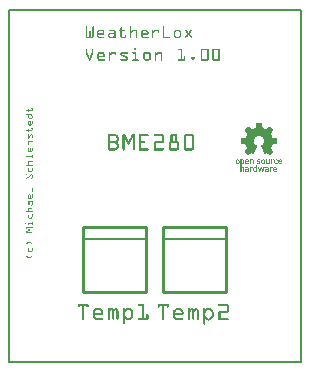
<source format=gto>
G04 MADE WITH FRITZING*
G04 WWW.FRITZING.ORG*
G04 DOUBLE SIDED*
G04 HOLES PLATED*
G04 CONTOUR ON CENTER OF CONTOUR VECTOR*
%ASAXBY*%
%FSLAX23Y23*%
%MOIN*%
%OFA0B0*%
%SFA1.0B1.0*%
%ADD10R,0.984252X1.181100X0.968252X1.165100*%
%ADD11C,0.008000*%
%ADD12C,0.010000*%
%ADD13C,0.005000*%
%ADD14R,0.001000X0.001000*%
%LNSILK1*%
G90*
G70*
G54D11*
X4Y1177D02*
X980Y1177D01*
X980Y4D01*
X4Y4D01*
X4Y1177D01*
D02*
G54D12*
X251Y237D02*
X461Y237D01*
D02*
X461Y237D02*
X461Y453D01*
D02*
X461Y453D02*
X251Y453D01*
D02*
X251Y453D02*
X251Y237D01*
G54D13*
D02*
X461Y413D02*
X251Y413D01*
G54D12*
D02*
X520Y237D02*
X730Y237D01*
D02*
X730Y237D02*
X730Y453D01*
D02*
X730Y453D02*
X520Y453D01*
D02*
X520Y453D02*
X520Y237D01*
G54D13*
D02*
X730Y413D02*
X520Y413D01*
G54D14*
X262Y1122D02*
X264Y1122D01*
X285Y1122D02*
X287Y1122D01*
X410Y1122D02*
X412Y1122D01*
X520Y1122D02*
X521Y1122D01*
X262Y1121D02*
X265Y1121D01*
X284Y1121D02*
X288Y1121D01*
X409Y1121D02*
X413Y1121D01*
X519Y1121D02*
X522Y1121D01*
X261Y1120D02*
X265Y1120D01*
X284Y1120D02*
X288Y1120D01*
X379Y1120D02*
X380Y1120D01*
X409Y1120D02*
X413Y1120D01*
X519Y1120D02*
X523Y1120D01*
X261Y1119D02*
X265Y1119D01*
X284Y1119D02*
X288Y1119D01*
X378Y1119D02*
X381Y1119D01*
X409Y1119D02*
X413Y1119D01*
X519Y1119D02*
X523Y1119D01*
X261Y1118D02*
X265Y1118D01*
X284Y1118D02*
X288Y1118D01*
X377Y1118D02*
X381Y1118D01*
X409Y1118D02*
X413Y1118D01*
X519Y1118D02*
X523Y1118D01*
X261Y1117D02*
X265Y1117D01*
X284Y1117D02*
X288Y1117D01*
X377Y1117D02*
X381Y1117D01*
X409Y1117D02*
X413Y1117D01*
X519Y1117D02*
X523Y1117D01*
X261Y1116D02*
X265Y1116D01*
X284Y1116D02*
X288Y1116D01*
X377Y1116D02*
X381Y1116D01*
X409Y1116D02*
X413Y1116D01*
X519Y1116D02*
X523Y1116D01*
X261Y1115D02*
X265Y1115D01*
X284Y1115D02*
X288Y1115D01*
X377Y1115D02*
X381Y1115D01*
X409Y1115D02*
X413Y1115D01*
X519Y1115D02*
X523Y1115D01*
X261Y1114D02*
X265Y1114D01*
X284Y1114D02*
X288Y1114D01*
X377Y1114D02*
X381Y1114D01*
X409Y1114D02*
X413Y1114D01*
X519Y1114D02*
X523Y1114D01*
X261Y1113D02*
X265Y1113D01*
X284Y1113D02*
X288Y1113D01*
X377Y1113D02*
X381Y1113D01*
X409Y1113D02*
X413Y1113D01*
X519Y1113D02*
X523Y1113D01*
X261Y1112D02*
X265Y1112D01*
X284Y1112D02*
X288Y1112D01*
X377Y1112D02*
X381Y1112D01*
X409Y1112D02*
X413Y1112D01*
X519Y1112D02*
X523Y1112D01*
X261Y1111D02*
X265Y1111D01*
X284Y1111D02*
X288Y1111D01*
X306Y1111D02*
X317Y1111D01*
X340Y1111D02*
X355Y1111D01*
X373Y1111D02*
X391Y1111D01*
X409Y1111D02*
X413Y1111D01*
X420Y1111D02*
X428Y1111D01*
X452Y1111D02*
X463Y1111D01*
X483Y1111D02*
X485Y1111D01*
X493Y1111D02*
X502Y1111D01*
X519Y1111D02*
X523Y1111D01*
X562Y1111D02*
X573Y1111D01*
X593Y1111D02*
X596Y1111D01*
X612Y1111D02*
X615Y1111D01*
X261Y1110D02*
X265Y1110D01*
X284Y1110D02*
X288Y1110D01*
X304Y1110D02*
X319Y1110D01*
X339Y1110D02*
X357Y1110D01*
X372Y1110D02*
X392Y1110D01*
X409Y1110D02*
X413Y1110D01*
X418Y1110D02*
X430Y1110D01*
X450Y1110D02*
X465Y1110D01*
X482Y1110D02*
X486Y1110D01*
X492Y1110D02*
X504Y1110D01*
X519Y1110D02*
X523Y1110D01*
X560Y1110D02*
X575Y1110D01*
X593Y1110D02*
X596Y1110D01*
X611Y1110D02*
X615Y1110D01*
X261Y1109D02*
X265Y1109D01*
X284Y1109D02*
X288Y1109D01*
X302Y1109D02*
X320Y1109D01*
X339Y1109D02*
X358Y1109D01*
X372Y1109D02*
X392Y1109D01*
X409Y1109D02*
X413Y1109D01*
X416Y1109D02*
X431Y1109D01*
X449Y1109D02*
X466Y1109D01*
X482Y1109D02*
X486Y1109D01*
X490Y1109D02*
X505Y1109D01*
X519Y1109D02*
X523Y1109D01*
X559Y1109D02*
X576Y1109D01*
X592Y1109D02*
X597Y1109D01*
X610Y1109D02*
X615Y1109D01*
X261Y1108D02*
X265Y1108D01*
X274Y1108D02*
X275Y1108D01*
X284Y1108D02*
X288Y1108D01*
X301Y1108D02*
X321Y1108D01*
X340Y1108D02*
X359Y1108D01*
X373Y1108D02*
X392Y1108D01*
X409Y1108D02*
X413Y1108D01*
X415Y1108D02*
X431Y1108D01*
X448Y1108D02*
X467Y1108D01*
X482Y1108D02*
X486Y1108D01*
X489Y1108D02*
X505Y1108D01*
X519Y1108D02*
X523Y1108D01*
X558Y1108D02*
X577Y1108D01*
X593Y1108D02*
X598Y1108D01*
X610Y1108D02*
X615Y1108D01*
X261Y1107D02*
X265Y1107D01*
X273Y1107D02*
X276Y1107D01*
X284Y1107D02*
X288Y1107D01*
X301Y1107D02*
X322Y1107D01*
X341Y1107D02*
X359Y1107D01*
X373Y1107D02*
X391Y1107D01*
X409Y1107D02*
X432Y1107D01*
X447Y1107D02*
X468Y1107D01*
X482Y1107D02*
X486Y1107D01*
X488Y1107D02*
X506Y1107D01*
X519Y1107D02*
X523Y1107D01*
X557Y1107D02*
X578Y1107D01*
X593Y1107D02*
X599Y1107D01*
X609Y1107D02*
X614Y1107D01*
X261Y1106D02*
X265Y1106D01*
X273Y1106D02*
X277Y1106D01*
X284Y1106D02*
X288Y1106D01*
X300Y1106D02*
X306Y1106D01*
X317Y1106D02*
X322Y1106D01*
X355Y1106D02*
X360Y1106D01*
X377Y1106D02*
X381Y1106D01*
X409Y1106D02*
X420Y1106D01*
X427Y1106D02*
X432Y1106D01*
X446Y1106D02*
X452Y1106D01*
X463Y1106D02*
X469Y1106D01*
X482Y1106D02*
X494Y1106D01*
X501Y1106D02*
X506Y1106D01*
X519Y1106D02*
X523Y1106D01*
X556Y1106D02*
X562Y1106D01*
X573Y1106D02*
X578Y1106D01*
X594Y1106D02*
X600Y1106D01*
X608Y1106D02*
X614Y1106D01*
X261Y1105D02*
X265Y1105D01*
X272Y1105D02*
X277Y1105D01*
X284Y1105D02*
X288Y1105D01*
X300Y1105D02*
X305Y1105D01*
X318Y1105D02*
X323Y1105D01*
X356Y1105D02*
X360Y1105D01*
X377Y1105D02*
X381Y1105D01*
X409Y1105D02*
X419Y1105D01*
X428Y1105D02*
X432Y1105D01*
X446Y1105D02*
X451Y1105D01*
X464Y1105D02*
X469Y1105D01*
X482Y1105D02*
X493Y1105D01*
X502Y1105D02*
X506Y1105D01*
X519Y1105D02*
X523Y1105D01*
X556Y1105D02*
X561Y1105D01*
X574Y1105D02*
X579Y1105D01*
X595Y1105D02*
X601Y1105D01*
X607Y1105D02*
X613Y1105D01*
X261Y1104D02*
X265Y1104D01*
X272Y1104D02*
X277Y1104D01*
X284Y1104D02*
X288Y1104D01*
X299Y1104D02*
X304Y1104D01*
X319Y1104D02*
X323Y1104D01*
X356Y1104D02*
X360Y1104D01*
X377Y1104D02*
X381Y1104D01*
X409Y1104D02*
X417Y1104D01*
X428Y1104D02*
X432Y1104D01*
X446Y1104D02*
X450Y1104D01*
X465Y1104D02*
X469Y1104D01*
X482Y1104D02*
X491Y1104D01*
X502Y1104D02*
X506Y1104D01*
X519Y1104D02*
X523Y1104D01*
X555Y1104D02*
X560Y1104D01*
X575Y1104D02*
X579Y1104D01*
X596Y1104D02*
X601Y1104D01*
X606Y1104D02*
X612Y1104D01*
X261Y1103D02*
X265Y1103D01*
X272Y1103D02*
X277Y1103D01*
X284Y1103D02*
X288Y1103D01*
X299Y1103D02*
X303Y1103D01*
X319Y1103D02*
X323Y1103D01*
X356Y1103D02*
X360Y1103D01*
X377Y1103D02*
X381Y1103D01*
X409Y1103D02*
X416Y1103D01*
X428Y1103D02*
X432Y1103D01*
X445Y1103D02*
X450Y1103D01*
X465Y1103D02*
X470Y1103D01*
X482Y1103D02*
X490Y1103D01*
X502Y1103D02*
X506Y1103D01*
X519Y1103D02*
X523Y1103D01*
X555Y1103D02*
X559Y1103D01*
X575Y1103D02*
X579Y1103D01*
X597Y1103D02*
X602Y1103D01*
X606Y1103D02*
X611Y1103D01*
X261Y1102D02*
X265Y1102D01*
X272Y1102D02*
X277Y1102D01*
X284Y1102D02*
X288Y1102D01*
X299Y1102D02*
X303Y1102D01*
X319Y1102D02*
X323Y1102D01*
X356Y1102D02*
X360Y1102D01*
X377Y1102D02*
X381Y1102D01*
X409Y1102D02*
X414Y1102D01*
X428Y1102D02*
X432Y1102D01*
X445Y1102D02*
X450Y1102D01*
X466Y1102D02*
X470Y1102D01*
X482Y1102D02*
X489Y1102D01*
X502Y1102D02*
X506Y1102D01*
X519Y1102D02*
X523Y1102D01*
X555Y1102D02*
X559Y1102D01*
X575Y1102D02*
X579Y1102D01*
X597Y1102D02*
X603Y1102D01*
X605Y1102D02*
X610Y1102D01*
X261Y1101D02*
X265Y1101D01*
X272Y1101D02*
X277Y1101D01*
X284Y1101D02*
X288Y1101D01*
X299Y1101D02*
X303Y1101D01*
X319Y1101D02*
X323Y1101D01*
X356Y1101D02*
X360Y1101D01*
X377Y1101D02*
X381Y1101D01*
X409Y1101D02*
X413Y1101D01*
X428Y1101D02*
X432Y1101D01*
X445Y1101D02*
X450Y1101D01*
X466Y1101D02*
X470Y1101D01*
X482Y1101D02*
X488Y1101D01*
X503Y1101D02*
X505Y1101D01*
X519Y1101D02*
X523Y1101D01*
X555Y1101D02*
X559Y1101D01*
X575Y1101D02*
X579Y1101D01*
X598Y1101D02*
X609Y1101D01*
X261Y1100D02*
X265Y1100D01*
X272Y1100D02*
X277Y1100D01*
X284Y1100D02*
X288Y1100D01*
X299Y1100D02*
X303Y1100D01*
X319Y1100D02*
X323Y1100D01*
X340Y1100D02*
X360Y1100D01*
X377Y1100D02*
X381Y1100D01*
X409Y1100D02*
X413Y1100D01*
X428Y1100D02*
X433Y1100D01*
X445Y1100D02*
X450Y1100D01*
X465Y1100D02*
X470Y1100D01*
X482Y1100D02*
X487Y1100D01*
X519Y1100D02*
X523Y1100D01*
X555Y1100D02*
X559Y1100D01*
X575Y1100D02*
X579Y1100D01*
X599Y1100D02*
X609Y1100D01*
X261Y1099D02*
X265Y1099D01*
X272Y1099D02*
X277Y1099D01*
X284Y1099D02*
X288Y1099D01*
X299Y1099D02*
X323Y1099D01*
X338Y1099D02*
X360Y1099D01*
X377Y1099D02*
X381Y1099D01*
X409Y1099D02*
X413Y1099D01*
X428Y1099D02*
X433Y1099D01*
X445Y1099D02*
X470Y1099D01*
X482Y1099D02*
X486Y1099D01*
X519Y1099D02*
X523Y1099D01*
X555Y1099D02*
X559Y1099D01*
X575Y1099D02*
X579Y1099D01*
X600Y1099D02*
X608Y1099D01*
X261Y1098D02*
X265Y1098D01*
X272Y1098D02*
X277Y1098D01*
X284Y1098D02*
X288Y1098D01*
X299Y1098D02*
X323Y1098D01*
X337Y1098D02*
X360Y1098D01*
X377Y1098D02*
X381Y1098D01*
X409Y1098D02*
X413Y1098D01*
X428Y1098D02*
X433Y1098D01*
X445Y1098D02*
X470Y1098D01*
X482Y1098D02*
X486Y1098D01*
X519Y1098D02*
X523Y1098D01*
X555Y1098D02*
X559Y1098D01*
X575Y1098D02*
X579Y1098D01*
X601Y1098D02*
X607Y1098D01*
X261Y1097D02*
X265Y1097D01*
X272Y1097D02*
X277Y1097D01*
X284Y1097D02*
X288Y1097D01*
X299Y1097D02*
X323Y1097D01*
X337Y1097D02*
X360Y1097D01*
X377Y1097D02*
X381Y1097D01*
X409Y1097D02*
X413Y1097D01*
X429Y1097D02*
X433Y1097D01*
X445Y1097D02*
X470Y1097D01*
X482Y1097D02*
X486Y1097D01*
X519Y1097D02*
X523Y1097D01*
X555Y1097D02*
X559Y1097D01*
X575Y1097D02*
X579Y1097D01*
X600Y1097D02*
X607Y1097D01*
X261Y1096D02*
X265Y1096D01*
X272Y1096D02*
X277Y1096D01*
X284Y1096D02*
X288Y1096D01*
X299Y1096D02*
X323Y1096D01*
X336Y1096D02*
X342Y1096D01*
X354Y1096D02*
X360Y1096D01*
X377Y1096D02*
X381Y1096D01*
X409Y1096D02*
X413Y1096D01*
X429Y1096D02*
X433Y1096D01*
X445Y1096D02*
X469Y1096D01*
X482Y1096D02*
X486Y1096D01*
X519Y1096D02*
X523Y1096D01*
X555Y1096D02*
X559Y1096D01*
X575Y1096D02*
X579Y1096D01*
X600Y1096D02*
X608Y1096D01*
X261Y1095D02*
X265Y1095D01*
X272Y1095D02*
X277Y1095D01*
X284Y1095D02*
X288Y1095D01*
X299Y1095D02*
X322Y1095D01*
X336Y1095D02*
X340Y1095D01*
X355Y1095D02*
X360Y1095D01*
X377Y1095D02*
X381Y1095D01*
X409Y1095D02*
X413Y1095D01*
X429Y1095D02*
X433Y1095D01*
X445Y1095D02*
X468Y1095D01*
X482Y1095D02*
X486Y1095D01*
X519Y1095D02*
X523Y1095D01*
X555Y1095D02*
X559Y1095D01*
X575Y1095D02*
X579Y1095D01*
X599Y1095D02*
X609Y1095D01*
X261Y1094D02*
X265Y1094D01*
X272Y1094D02*
X277Y1094D01*
X284Y1094D02*
X288Y1094D01*
X299Y1094D02*
X303Y1094D01*
X336Y1094D02*
X340Y1094D01*
X356Y1094D02*
X360Y1094D01*
X377Y1094D02*
X381Y1094D01*
X409Y1094D02*
X413Y1094D01*
X429Y1094D02*
X433Y1094D01*
X445Y1094D02*
X450Y1094D01*
X482Y1094D02*
X486Y1094D01*
X519Y1094D02*
X523Y1094D01*
X555Y1094D02*
X559Y1094D01*
X575Y1094D02*
X579Y1094D01*
X598Y1094D02*
X610Y1094D01*
X261Y1093D02*
X265Y1093D01*
X272Y1093D02*
X277Y1093D01*
X284Y1093D02*
X288Y1093D01*
X299Y1093D02*
X303Y1093D01*
X336Y1093D02*
X339Y1093D01*
X356Y1093D02*
X360Y1093D01*
X377Y1093D02*
X381Y1093D01*
X409Y1093D02*
X413Y1093D01*
X429Y1093D02*
X433Y1093D01*
X445Y1093D02*
X450Y1093D01*
X482Y1093D02*
X486Y1093D01*
X519Y1093D02*
X523Y1093D01*
X555Y1093D02*
X559Y1093D01*
X575Y1093D02*
X579Y1093D01*
X597Y1093D02*
X603Y1093D01*
X605Y1093D02*
X611Y1093D01*
X261Y1092D02*
X265Y1092D01*
X272Y1092D02*
X277Y1092D01*
X284Y1092D02*
X288Y1092D01*
X299Y1092D02*
X303Y1092D01*
X336Y1092D02*
X339Y1092D01*
X356Y1092D02*
X360Y1092D01*
X377Y1092D02*
X381Y1092D01*
X394Y1092D02*
X395Y1092D01*
X409Y1092D02*
X413Y1092D01*
X429Y1092D02*
X433Y1092D01*
X445Y1092D02*
X450Y1092D01*
X482Y1092D02*
X486Y1092D01*
X519Y1092D02*
X523Y1092D01*
X555Y1092D02*
X559Y1092D01*
X575Y1092D02*
X579Y1092D01*
X596Y1092D02*
X602Y1092D01*
X606Y1092D02*
X611Y1092D01*
X261Y1091D02*
X265Y1091D01*
X272Y1091D02*
X277Y1091D01*
X284Y1091D02*
X288Y1091D01*
X299Y1091D02*
X304Y1091D01*
X336Y1091D02*
X339Y1091D01*
X355Y1091D02*
X360Y1091D01*
X377Y1091D02*
X381Y1091D01*
X393Y1091D02*
X396Y1091D01*
X409Y1091D02*
X413Y1091D01*
X429Y1091D02*
X433Y1091D01*
X446Y1091D02*
X450Y1091D01*
X482Y1091D02*
X486Y1091D01*
X519Y1091D02*
X523Y1091D01*
X555Y1091D02*
X560Y1091D01*
X575Y1091D02*
X579Y1091D01*
X595Y1091D02*
X601Y1091D01*
X607Y1091D02*
X612Y1091D01*
X261Y1090D02*
X266Y1090D01*
X272Y1090D02*
X277Y1090D01*
X284Y1090D02*
X288Y1090D01*
X299Y1090D02*
X304Y1090D01*
X336Y1090D02*
X340Y1090D01*
X354Y1090D02*
X360Y1090D01*
X377Y1090D02*
X381Y1090D01*
X392Y1090D02*
X396Y1090D01*
X409Y1090D02*
X413Y1090D01*
X429Y1090D02*
X433Y1090D01*
X446Y1090D02*
X451Y1090D01*
X482Y1090D02*
X486Y1090D01*
X519Y1090D02*
X523Y1090D01*
X556Y1090D02*
X560Y1090D01*
X574Y1090D02*
X579Y1090D01*
X595Y1090D02*
X600Y1090D01*
X607Y1090D02*
X613Y1090D01*
X261Y1089D02*
X266Y1089D01*
X272Y1089D02*
X278Y1089D01*
X283Y1089D02*
X288Y1089D01*
X300Y1089D02*
X305Y1089D01*
X336Y1089D02*
X340Y1089D01*
X352Y1089D02*
X360Y1089D01*
X377Y1089D02*
X382Y1089D01*
X392Y1089D02*
X396Y1089D01*
X409Y1089D02*
X413Y1089D01*
X429Y1089D02*
X433Y1089D01*
X446Y1089D02*
X452Y1089D01*
X482Y1089D02*
X486Y1089D01*
X519Y1089D02*
X523Y1089D01*
X556Y1089D02*
X562Y1089D01*
X573Y1089D02*
X579Y1089D01*
X594Y1089D02*
X600Y1089D01*
X608Y1089D02*
X614Y1089D01*
X262Y1088D02*
X287Y1088D01*
X300Y1088D02*
X321Y1088D01*
X336Y1088D02*
X341Y1088D01*
X351Y1088D02*
X360Y1088D01*
X378Y1088D02*
X396Y1088D01*
X409Y1088D02*
X413Y1088D01*
X429Y1088D02*
X433Y1088D01*
X447Y1088D02*
X467Y1088D01*
X482Y1088D02*
X486Y1088D01*
X519Y1088D02*
X541Y1088D01*
X556Y1088D02*
X578Y1088D01*
X593Y1088D02*
X599Y1088D01*
X609Y1088D02*
X615Y1088D01*
X262Y1087D02*
X287Y1087D01*
X301Y1087D02*
X323Y1087D01*
X337Y1087D02*
X360Y1087D01*
X378Y1087D02*
X395Y1087D01*
X409Y1087D02*
X413Y1087D01*
X429Y1087D02*
X433Y1087D01*
X447Y1087D02*
X469Y1087D01*
X482Y1087D02*
X486Y1087D01*
X519Y1087D02*
X542Y1087D01*
X557Y1087D02*
X577Y1087D01*
X592Y1087D02*
X598Y1087D01*
X610Y1087D02*
X616Y1087D01*
X263Y1086D02*
X286Y1086D01*
X302Y1086D02*
X323Y1086D01*
X337Y1086D02*
X360Y1086D01*
X379Y1086D02*
X395Y1086D01*
X409Y1086D02*
X413Y1086D01*
X429Y1086D02*
X433Y1086D01*
X449Y1086D02*
X470Y1086D01*
X482Y1086D02*
X486Y1086D01*
X519Y1086D02*
X543Y1086D01*
X558Y1086D02*
X576Y1086D01*
X592Y1086D02*
X597Y1086D01*
X611Y1086D02*
X616Y1086D01*
X264Y1085D02*
X286Y1085D01*
X303Y1085D02*
X323Y1085D01*
X338Y1085D02*
X354Y1085D01*
X356Y1085D02*
X360Y1085D01*
X380Y1085D02*
X394Y1085D01*
X409Y1085D02*
X413Y1085D01*
X429Y1085D02*
X433Y1085D01*
X450Y1085D02*
X470Y1085D01*
X482Y1085D02*
X486Y1085D01*
X519Y1085D02*
X543Y1085D01*
X560Y1085D02*
X575Y1085D01*
X592Y1085D02*
X596Y1085D01*
X612Y1085D02*
X616Y1085D01*
X264Y1084D02*
X273Y1084D01*
X276Y1084D02*
X285Y1084D01*
X305Y1084D02*
X323Y1084D01*
X339Y1084D02*
X352Y1084D01*
X356Y1084D02*
X359Y1084D01*
X381Y1084D02*
X392Y1084D01*
X409Y1084D02*
X412Y1084D01*
X429Y1084D02*
X432Y1084D01*
X451Y1084D02*
X469Y1084D01*
X483Y1084D02*
X486Y1084D01*
X519Y1084D02*
X542Y1084D01*
X561Y1084D02*
X574Y1084D01*
X592Y1084D02*
X595Y1084D01*
X612Y1084D02*
X615Y1084D01*
X266Y1083D02*
X272Y1083D01*
X277Y1083D02*
X283Y1083D01*
X308Y1083D02*
X321Y1083D01*
X343Y1083D02*
X350Y1083D01*
X384Y1083D02*
X389Y1083D01*
X455Y1083D02*
X467Y1083D01*
X520Y1083D02*
X540Y1083D01*
X564Y1083D02*
X570Y1083D01*
X423Y1050D02*
X429Y1050D01*
X423Y1049D02*
X429Y1049D01*
X262Y1048D02*
X264Y1048D01*
X283Y1048D02*
X285Y1048D01*
X422Y1048D02*
X429Y1048D01*
X569Y1048D02*
X583Y1048D01*
X648Y1048D02*
X667Y1048D01*
X686Y1048D02*
X705Y1048D01*
X261Y1047D02*
X265Y1047D01*
X282Y1047D02*
X286Y1047D01*
X422Y1047D02*
X429Y1047D01*
X568Y1047D02*
X583Y1047D01*
X646Y1047D02*
X668Y1047D01*
X685Y1047D02*
X707Y1047D01*
X261Y1046D02*
X265Y1046D01*
X282Y1046D02*
X286Y1046D01*
X422Y1046D02*
X429Y1046D01*
X568Y1046D02*
X583Y1046D01*
X646Y1046D02*
X669Y1046D01*
X684Y1046D02*
X708Y1046D01*
X261Y1045D02*
X265Y1045D01*
X282Y1045D02*
X286Y1045D01*
X423Y1045D02*
X429Y1045D01*
X568Y1045D02*
X583Y1045D01*
X645Y1045D02*
X670Y1045D01*
X683Y1045D02*
X708Y1045D01*
X261Y1044D02*
X265Y1044D01*
X282Y1044D02*
X286Y1044D01*
X423Y1044D02*
X429Y1044D01*
X569Y1044D02*
X583Y1044D01*
X645Y1044D02*
X670Y1044D01*
X683Y1044D02*
X708Y1044D01*
X261Y1043D02*
X265Y1043D01*
X282Y1043D02*
X286Y1043D01*
X578Y1043D02*
X583Y1043D01*
X645Y1043D02*
X649Y1043D01*
X666Y1043D02*
X670Y1043D01*
X683Y1043D02*
X688Y1043D01*
X704Y1043D02*
X708Y1043D01*
X261Y1042D02*
X265Y1042D01*
X282Y1042D02*
X286Y1042D01*
X578Y1042D02*
X583Y1042D01*
X645Y1042D02*
X649Y1042D01*
X666Y1042D02*
X670Y1042D01*
X683Y1042D02*
X687Y1042D01*
X704Y1042D02*
X708Y1042D01*
X261Y1041D02*
X265Y1041D01*
X282Y1041D02*
X286Y1041D01*
X578Y1041D02*
X583Y1041D01*
X645Y1041D02*
X649Y1041D01*
X666Y1041D02*
X670Y1041D01*
X683Y1041D02*
X687Y1041D01*
X704Y1041D02*
X708Y1041D01*
X261Y1040D02*
X265Y1040D01*
X282Y1040D02*
X286Y1040D01*
X578Y1040D02*
X583Y1040D01*
X645Y1040D02*
X649Y1040D01*
X666Y1040D02*
X670Y1040D01*
X683Y1040D02*
X687Y1040D01*
X704Y1040D02*
X708Y1040D01*
X261Y1039D02*
X265Y1039D01*
X282Y1039D02*
X286Y1039D01*
X578Y1039D02*
X583Y1039D01*
X645Y1039D02*
X649Y1039D01*
X666Y1039D02*
X670Y1039D01*
X683Y1039D02*
X687Y1039D01*
X704Y1039D02*
X708Y1039D01*
X261Y1038D02*
X265Y1038D01*
X282Y1038D02*
X286Y1038D01*
X578Y1038D02*
X583Y1038D01*
X645Y1038D02*
X649Y1038D01*
X666Y1038D02*
X670Y1038D01*
X683Y1038D02*
X687Y1038D01*
X704Y1038D02*
X708Y1038D01*
X261Y1037D02*
X266Y1037D01*
X282Y1037D02*
X286Y1037D01*
X307Y1037D02*
X317Y1037D01*
X339Y1037D02*
X341Y1037D01*
X350Y1037D02*
X358Y1037D01*
X382Y1037D02*
X396Y1037D01*
X419Y1037D02*
X428Y1037D01*
X461Y1037D02*
X470Y1037D01*
X493Y1037D02*
X495Y1037D01*
X504Y1037D02*
X511Y1037D01*
X578Y1037D02*
X583Y1037D01*
X645Y1037D02*
X649Y1037D01*
X666Y1037D02*
X670Y1037D01*
X683Y1037D02*
X687Y1037D01*
X704Y1037D02*
X708Y1037D01*
X261Y1036D02*
X266Y1036D01*
X282Y1036D02*
X286Y1036D01*
X305Y1036D02*
X319Y1036D01*
X338Y1036D02*
X342Y1036D01*
X348Y1036D02*
X360Y1036D01*
X380Y1036D02*
X398Y1036D01*
X418Y1036D02*
X429Y1036D01*
X459Y1036D02*
X473Y1036D01*
X492Y1036D02*
X496Y1036D01*
X502Y1036D02*
X513Y1036D01*
X578Y1036D02*
X583Y1036D01*
X645Y1036D02*
X649Y1036D01*
X666Y1036D02*
X670Y1036D01*
X683Y1036D02*
X687Y1036D01*
X704Y1036D02*
X708Y1036D01*
X262Y1035D02*
X266Y1035D01*
X281Y1035D02*
X286Y1035D01*
X304Y1035D02*
X321Y1035D01*
X338Y1035D02*
X342Y1035D01*
X347Y1035D02*
X361Y1035D01*
X379Y1035D02*
X400Y1035D01*
X417Y1035D02*
X429Y1035D01*
X457Y1035D02*
X474Y1035D01*
X492Y1035D02*
X496Y1035D01*
X500Y1035D02*
X514Y1035D01*
X578Y1035D02*
X583Y1035D01*
X645Y1035D02*
X649Y1035D01*
X666Y1035D02*
X670Y1035D01*
X683Y1035D02*
X687Y1035D01*
X704Y1035D02*
X708Y1035D01*
X262Y1034D02*
X267Y1034D01*
X281Y1034D02*
X286Y1034D01*
X303Y1034D02*
X322Y1034D01*
X338Y1034D02*
X342Y1034D01*
X346Y1034D02*
X362Y1034D01*
X378Y1034D02*
X401Y1034D01*
X417Y1034D02*
X429Y1034D01*
X456Y1034D02*
X475Y1034D01*
X492Y1034D02*
X496Y1034D01*
X499Y1034D02*
X515Y1034D01*
X578Y1034D02*
X583Y1034D01*
X645Y1034D02*
X649Y1034D01*
X666Y1034D02*
X670Y1034D01*
X683Y1034D02*
X687Y1034D01*
X704Y1034D02*
X708Y1034D01*
X262Y1033D02*
X267Y1033D01*
X280Y1033D02*
X285Y1033D01*
X302Y1033D02*
X323Y1033D01*
X338Y1033D02*
X342Y1033D01*
X345Y1033D02*
X363Y1033D01*
X377Y1033D02*
X401Y1033D01*
X418Y1033D02*
X429Y1033D01*
X455Y1033D02*
X476Y1033D01*
X492Y1033D02*
X516Y1033D01*
X578Y1033D02*
X583Y1033D01*
X645Y1033D02*
X649Y1033D01*
X666Y1033D02*
X670Y1033D01*
X683Y1033D02*
X687Y1033D01*
X704Y1033D02*
X708Y1033D01*
X263Y1032D02*
X268Y1032D01*
X280Y1032D02*
X285Y1032D01*
X301Y1032D02*
X323Y1032D01*
X338Y1032D02*
X342Y1032D01*
X344Y1032D02*
X363Y1032D01*
X377Y1032D02*
X401Y1032D01*
X420Y1032D02*
X429Y1032D01*
X454Y1032D02*
X477Y1032D01*
X492Y1032D02*
X516Y1032D01*
X578Y1032D02*
X583Y1032D01*
X645Y1032D02*
X649Y1032D01*
X666Y1032D02*
X670Y1032D01*
X683Y1032D02*
X687Y1032D01*
X704Y1032D02*
X708Y1032D01*
X263Y1031D02*
X268Y1031D01*
X280Y1031D02*
X284Y1031D01*
X300Y1031D02*
X306Y1031D01*
X318Y1031D02*
X324Y1031D01*
X338Y1031D02*
X350Y1031D01*
X358Y1031D02*
X363Y1031D01*
X377Y1031D02*
X381Y1031D01*
X397Y1031D02*
X401Y1031D01*
X425Y1031D02*
X429Y1031D01*
X454Y1031D02*
X460Y1031D01*
X472Y1031D02*
X478Y1031D01*
X492Y1031D02*
X503Y1031D01*
X511Y1031D02*
X516Y1031D01*
X578Y1031D02*
X583Y1031D01*
X645Y1031D02*
X649Y1031D01*
X666Y1031D02*
X670Y1031D01*
X683Y1031D02*
X687Y1031D01*
X704Y1031D02*
X708Y1031D01*
X263Y1030D02*
X268Y1030D01*
X279Y1030D02*
X284Y1030D01*
X300Y1030D02*
X305Y1030D01*
X319Y1030D02*
X324Y1030D01*
X338Y1030D02*
X349Y1030D01*
X359Y1030D02*
X363Y1030D01*
X377Y1030D02*
X381Y1030D01*
X398Y1030D02*
X399Y1030D01*
X425Y1030D02*
X429Y1030D01*
X453Y1030D02*
X459Y1030D01*
X473Y1030D02*
X478Y1030D01*
X492Y1030D02*
X502Y1030D01*
X512Y1030D02*
X516Y1030D01*
X578Y1030D02*
X583Y1030D01*
X645Y1030D02*
X649Y1030D01*
X666Y1030D02*
X670Y1030D01*
X683Y1030D02*
X687Y1030D01*
X704Y1030D02*
X708Y1030D01*
X264Y1029D02*
X269Y1029D01*
X279Y1029D02*
X284Y1029D01*
X300Y1029D02*
X304Y1029D01*
X320Y1029D02*
X325Y1029D01*
X338Y1029D02*
X348Y1029D01*
X359Y1029D02*
X363Y1029D01*
X377Y1029D02*
X382Y1029D01*
X425Y1029D02*
X429Y1029D01*
X453Y1029D02*
X458Y1029D01*
X474Y1029D02*
X478Y1029D01*
X492Y1029D02*
X500Y1029D01*
X512Y1029D02*
X516Y1029D01*
X578Y1029D02*
X583Y1029D01*
X645Y1029D02*
X649Y1029D01*
X666Y1029D02*
X670Y1029D01*
X683Y1029D02*
X687Y1029D01*
X704Y1029D02*
X708Y1029D01*
X264Y1028D02*
X269Y1028D01*
X278Y1028D02*
X283Y1028D01*
X300Y1028D02*
X304Y1028D01*
X320Y1028D02*
X325Y1028D01*
X338Y1028D02*
X346Y1028D01*
X359Y1028D02*
X363Y1028D01*
X377Y1028D02*
X385Y1028D01*
X425Y1028D02*
X429Y1028D01*
X453Y1028D02*
X457Y1028D01*
X474Y1028D02*
X478Y1028D01*
X492Y1028D02*
X498Y1028D01*
X512Y1028D02*
X516Y1028D01*
X578Y1028D02*
X583Y1028D01*
X645Y1028D02*
X649Y1028D01*
X666Y1028D02*
X670Y1028D01*
X683Y1028D02*
X687Y1028D01*
X704Y1028D02*
X708Y1028D01*
X265Y1027D02*
X269Y1027D01*
X278Y1027D02*
X283Y1027D01*
X299Y1027D02*
X304Y1027D01*
X321Y1027D02*
X325Y1027D01*
X338Y1027D02*
X345Y1027D01*
X359Y1027D02*
X363Y1027D01*
X378Y1027D02*
X387Y1027D01*
X425Y1027D02*
X429Y1027D01*
X453Y1027D02*
X457Y1027D01*
X474Y1027D02*
X478Y1027D01*
X492Y1027D02*
X497Y1027D01*
X512Y1027D02*
X516Y1027D01*
X578Y1027D02*
X583Y1027D01*
X645Y1027D02*
X649Y1027D01*
X666Y1027D02*
X670Y1027D01*
X683Y1027D02*
X687Y1027D01*
X704Y1027D02*
X708Y1027D01*
X265Y1026D02*
X270Y1026D01*
X278Y1026D02*
X282Y1026D01*
X299Y1026D02*
X304Y1026D01*
X321Y1026D02*
X325Y1026D01*
X338Y1026D02*
X344Y1026D01*
X361Y1026D02*
X362Y1026D01*
X379Y1026D02*
X389Y1026D01*
X425Y1026D02*
X429Y1026D01*
X453Y1026D02*
X457Y1026D01*
X474Y1026D02*
X478Y1026D01*
X492Y1026D02*
X496Y1026D01*
X512Y1026D02*
X516Y1026D01*
X578Y1026D02*
X583Y1026D01*
X645Y1026D02*
X649Y1026D01*
X666Y1026D02*
X670Y1026D01*
X683Y1026D02*
X687Y1026D01*
X704Y1026D02*
X708Y1026D01*
X265Y1025D02*
X270Y1025D01*
X277Y1025D02*
X282Y1025D01*
X299Y1025D02*
X304Y1025D01*
X320Y1025D02*
X325Y1025D01*
X338Y1025D02*
X343Y1025D01*
X380Y1025D02*
X392Y1025D01*
X425Y1025D02*
X429Y1025D01*
X453Y1025D02*
X457Y1025D01*
X474Y1025D02*
X478Y1025D01*
X492Y1025D02*
X496Y1025D01*
X512Y1025D02*
X516Y1025D01*
X578Y1025D02*
X583Y1025D01*
X645Y1025D02*
X649Y1025D01*
X666Y1025D02*
X670Y1025D01*
X683Y1025D02*
X687Y1025D01*
X704Y1025D02*
X708Y1025D01*
X266Y1024D02*
X271Y1024D01*
X277Y1024D02*
X282Y1024D01*
X299Y1024D02*
X325Y1024D01*
X338Y1024D02*
X342Y1024D01*
X381Y1024D02*
X394Y1024D01*
X425Y1024D02*
X429Y1024D01*
X453Y1024D02*
X457Y1024D01*
X474Y1024D02*
X478Y1024D01*
X492Y1024D02*
X496Y1024D01*
X512Y1024D02*
X516Y1024D01*
X578Y1024D02*
X583Y1024D01*
X645Y1024D02*
X649Y1024D01*
X666Y1024D02*
X670Y1024D01*
X683Y1024D02*
X687Y1024D01*
X704Y1024D02*
X708Y1024D01*
X266Y1023D02*
X271Y1023D01*
X276Y1023D02*
X281Y1023D01*
X299Y1023D02*
X325Y1023D01*
X338Y1023D02*
X342Y1023D01*
X384Y1023D02*
X396Y1023D01*
X425Y1023D02*
X429Y1023D01*
X453Y1023D02*
X457Y1023D01*
X474Y1023D02*
X478Y1023D01*
X492Y1023D02*
X496Y1023D01*
X512Y1023D02*
X516Y1023D01*
X578Y1023D02*
X583Y1023D01*
X591Y1023D02*
X592Y1023D01*
X645Y1023D02*
X649Y1023D01*
X666Y1023D02*
X670Y1023D01*
X683Y1023D02*
X687Y1023D01*
X704Y1023D02*
X708Y1023D01*
X267Y1022D02*
X271Y1022D01*
X276Y1022D02*
X281Y1022D01*
X299Y1022D02*
X325Y1022D01*
X338Y1022D02*
X342Y1022D01*
X386Y1022D02*
X398Y1022D01*
X425Y1022D02*
X429Y1022D01*
X453Y1022D02*
X457Y1022D01*
X474Y1022D02*
X478Y1022D01*
X492Y1022D02*
X496Y1022D01*
X512Y1022D02*
X516Y1022D01*
X578Y1022D02*
X583Y1022D01*
X590Y1022D02*
X593Y1022D01*
X645Y1022D02*
X649Y1022D01*
X666Y1022D02*
X670Y1022D01*
X683Y1022D02*
X687Y1022D01*
X704Y1022D02*
X708Y1022D01*
X267Y1021D02*
X272Y1021D01*
X276Y1021D02*
X280Y1021D01*
X299Y1021D02*
X325Y1021D01*
X338Y1021D02*
X342Y1021D01*
X388Y1021D02*
X399Y1021D01*
X425Y1021D02*
X429Y1021D01*
X453Y1021D02*
X457Y1021D01*
X474Y1021D02*
X478Y1021D01*
X492Y1021D02*
X496Y1021D01*
X512Y1021D02*
X516Y1021D01*
X578Y1021D02*
X583Y1021D01*
X589Y1021D02*
X593Y1021D01*
X617Y1021D02*
X621Y1021D01*
X645Y1021D02*
X649Y1021D01*
X666Y1021D02*
X670Y1021D01*
X683Y1021D02*
X687Y1021D01*
X704Y1021D02*
X708Y1021D01*
X267Y1020D02*
X272Y1020D01*
X275Y1020D02*
X280Y1020D01*
X299Y1020D02*
X324Y1020D01*
X338Y1020D02*
X342Y1020D01*
X391Y1020D02*
X400Y1020D01*
X425Y1020D02*
X429Y1020D01*
X453Y1020D02*
X457Y1020D01*
X474Y1020D02*
X478Y1020D01*
X492Y1020D02*
X496Y1020D01*
X512Y1020D02*
X516Y1020D01*
X578Y1020D02*
X583Y1020D01*
X589Y1020D02*
X593Y1020D01*
X615Y1020D02*
X623Y1020D01*
X645Y1020D02*
X649Y1020D01*
X666Y1020D02*
X670Y1020D01*
X683Y1020D02*
X687Y1020D01*
X704Y1020D02*
X708Y1020D01*
X268Y1019D02*
X273Y1019D01*
X275Y1019D02*
X280Y1019D01*
X299Y1019D02*
X304Y1019D01*
X338Y1019D02*
X342Y1019D01*
X393Y1019D02*
X401Y1019D01*
X425Y1019D02*
X429Y1019D01*
X453Y1019D02*
X457Y1019D01*
X474Y1019D02*
X478Y1019D01*
X492Y1019D02*
X496Y1019D01*
X512Y1019D02*
X516Y1019D01*
X578Y1019D02*
X583Y1019D01*
X589Y1019D02*
X593Y1019D01*
X614Y1019D02*
X624Y1019D01*
X645Y1019D02*
X649Y1019D01*
X666Y1019D02*
X670Y1019D01*
X683Y1019D02*
X687Y1019D01*
X704Y1019D02*
X708Y1019D01*
X268Y1018D02*
X279Y1018D01*
X299Y1018D02*
X304Y1018D01*
X338Y1018D02*
X342Y1018D01*
X395Y1018D02*
X401Y1018D01*
X425Y1018D02*
X429Y1018D01*
X453Y1018D02*
X457Y1018D01*
X474Y1018D02*
X478Y1018D01*
X492Y1018D02*
X496Y1018D01*
X512Y1018D02*
X516Y1018D01*
X578Y1018D02*
X583Y1018D01*
X589Y1018D02*
X593Y1018D01*
X614Y1018D02*
X624Y1018D01*
X645Y1018D02*
X649Y1018D01*
X666Y1018D02*
X670Y1018D01*
X683Y1018D02*
X687Y1018D01*
X704Y1018D02*
X708Y1018D01*
X269Y1017D02*
X279Y1017D01*
X299Y1017D02*
X304Y1017D01*
X338Y1017D02*
X342Y1017D01*
X397Y1017D02*
X401Y1017D01*
X425Y1017D02*
X429Y1017D01*
X453Y1017D02*
X457Y1017D01*
X474Y1017D02*
X478Y1017D01*
X492Y1017D02*
X496Y1017D01*
X512Y1017D02*
X516Y1017D01*
X578Y1017D02*
X583Y1017D01*
X589Y1017D02*
X593Y1017D01*
X614Y1017D02*
X624Y1017D01*
X645Y1017D02*
X649Y1017D01*
X666Y1017D02*
X670Y1017D01*
X683Y1017D02*
X687Y1017D01*
X704Y1017D02*
X708Y1017D01*
X269Y1016D02*
X279Y1016D01*
X300Y1016D02*
X304Y1016D01*
X338Y1016D02*
X342Y1016D01*
X397Y1016D02*
X401Y1016D01*
X425Y1016D02*
X429Y1016D01*
X453Y1016D02*
X458Y1016D01*
X474Y1016D02*
X478Y1016D01*
X492Y1016D02*
X496Y1016D01*
X512Y1016D02*
X516Y1016D01*
X578Y1016D02*
X583Y1016D01*
X589Y1016D02*
X593Y1016D01*
X614Y1016D02*
X624Y1016D01*
X645Y1016D02*
X649Y1016D01*
X666Y1016D02*
X670Y1016D01*
X683Y1016D02*
X687Y1016D01*
X704Y1016D02*
X708Y1016D01*
X269Y1015D02*
X278Y1015D01*
X300Y1015D02*
X305Y1015D01*
X338Y1015D02*
X342Y1015D01*
X397Y1015D02*
X402Y1015D01*
X425Y1015D02*
X429Y1015D01*
X453Y1015D02*
X458Y1015D01*
X473Y1015D02*
X478Y1015D01*
X492Y1015D02*
X496Y1015D01*
X512Y1015D02*
X516Y1015D01*
X578Y1015D02*
X583Y1015D01*
X589Y1015D02*
X593Y1015D01*
X614Y1015D02*
X624Y1015D01*
X645Y1015D02*
X649Y1015D01*
X666Y1015D02*
X670Y1015D01*
X683Y1015D02*
X687Y1015D01*
X704Y1015D02*
X708Y1015D01*
X270Y1014D02*
X278Y1014D01*
X300Y1014D02*
X306Y1014D01*
X338Y1014D02*
X342Y1014D01*
X377Y1014D02*
X380Y1014D01*
X397Y1014D02*
X401Y1014D01*
X425Y1014D02*
X429Y1014D01*
X453Y1014D02*
X459Y1014D01*
X472Y1014D02*
X478Y1014D01*
X492Y1014D02*
X496Y1014D01*
X512Y1014D02*
X516Y1014D01*
X578Y1014D02*
X583Y1014D01*
X589Y1014D02*
X593Y1014D01*
X614Y1014D02*
X624Y1014D01*
X645Y1014D02*
X649Y1014D01*
X666Y1014D02*
X670Y1014D01*
X683Y1014D02*
X687Y1014D01*
X704Y1014D02*
X708Y1014D01*
X270Y1013D02*
X277Y1013D01*
X300Y1013D02*
X307Y1013D01*
X338Y1013D02*
X342Y1013D01*
X376Y1013D02*
X381Y1013D01*
X396Y1013D02*
X401Y1013D01*
X425Y1013D02*
X429Y1013D01*
X454Y1013D02*
X460Y1013D01*
X471Y1013D02*
X477Y1013D01*
X492Y1013D02*
X496Y1013D01*
X512Y1013D02*
X516Y1013D01*
X578Y1013D02*
X583Y1013D01*
X589Y1013D02*
X593Y1013D01*
X614Y1013D02*
X624Y1013D01*
X645Y1013D02*
X649Y1013D01*
X666Y1013D02*
X670Y1013D01*
X683Y1013D02*
X687Y1013D01*
X704Y1013D02*
X708Y1013D01*
X271Y1012D02*
X277Y1012D01*
X301Y1012D02*
X324Y1012D01*
X338Y1012D02*
X342Y1012D01*
X376Y1012D02*
X401Y1012D01*
X418Y1012D02*
X436Y1012D01*
X455Y1012D02*
X477Y1012D01*
X492Y1012D02*
X496Y1012D01*
X512Y1012D02*
X516Y1012D01*
X569Y1012D02*
X593Y1012D01*
X615Y1012D02*
X623Y1012D01*
X645Y1012D02*
X670Y1012D01*
X683Y1012D02*
X708Y1012D01*
X271Y1011D02*
X277Y1011D01*
X302Y1011D02*
X325Y1011D01*
X338Y1011D02*
X342Y1011D01*
X377Y1011D02*
X400Y1011D01*
X417Y1011D02*
X437Y1011D01*
X455Y1011D02*
X476Y1011D01*
X492Y1011D02*
X496Y1011D01*
X512Y1011D02*
X516Y1011D01*
X568Y1011D02*
X593Y1011D01*
X645Y1011D02*
X670Y1011D01*
X683Y1011D02*
X708Y1011D01*
X271Y1010D02*
X276Y1010D01*
X303Y1010D02*
X325Y1010D01*
X338Y1010D02*
X342Y1010D01*
X377Y1010D02*
X400Y1010D01*
X417Y1010D02*
X437Y1010D01*
X457Y1010D02*
X475Y1010D01*
X492Y1010D02*
X496Y1010D01*
X512Y1010D02*
X516Y1010D01*
X568Y1010D02*
X593Y1010D01*
X645Y1010D02*
X669Y1010D01*
X684Y1010D02*
X708Y1010D01*
X272Y1009D02*
X276Y1009D01*
X304Y1009D02*
X325Y1009D01*
X338Y1009D02*
X342Y1009D01*
X379Y1009D02*
X398Y1009D01*
X417Y1009D02*
X437Y1009D01*
X458Y1009D02*
X473Y1009D01*
X492Y1009D02*
X496Y1009D01*
X512Y1009D02*
X516Y1009D01*
X568Y1009D02*
X593Y1009D01*
X646Y1009D02*
X669Y1009D01*
X685Y1009D02*
X707Y1009D01*
X272Y1008D02*
X275Y1008D01*
X306Y1008D02*
X324Y1008D01*
X339Y1008D02*
X341Y1008D01*
X381Y1008D02*
X397Y1008D01*
X418Y1008D02*
X436Y1008D01*
X460Y1008D02*
X472Y1008D01*
X492Y1008D02*
X495Y1008D01*
X513Y1008D02*
X515Y1008D01*
X569Y1008D02*
X593Y1008D01*
X647Y1008D02*
X667Y1008D01*
X686Y1008D02*
X706Y1008D01*
X80Y851D02*
X82Y851D01*
X79Y850D02*
X83Y850D01*
X69Y849D02*
X69Y849D01*
X80Y849D02*
X84Y849D01*
X68Y848D02*
X70Y848D01*
X82Y848D02*
X84Y848D01*
X68Y847D02*
X70Y847D01*
X82Y847D02*
X84Y847D01*
X68Y846D02*
X70Y846D01*
X82Y846D02*
X84Y846D01*
X68Y845D02*
X70Y845D01*
X82Y845D02*
X84Y845D01*
X68Y844D02*
X70Y844D01*
X82Y844D02*
X84Y844D01*
X68Y843D02*
X70Y843D01*
X81Y843D02*
X84Y843D01*
X63Y842D02*
X84Y842D01*
X63Y841D02*
X83Y841D01*
X63Y840D02*
X82Y840D01*
X68Y839D02*
X70Y839D01*
X68Y838D02*
X70Y838D01*
X68Y837D02*
X69Y837D01*
X62Y829D02*
X83Y829D01*
X61Y828D02*
X84Y828D01*
X62Y827D02*
X84Y827D01*
X69Y826D02*
X73Y826D01*
X79Y826D02*
X82Y826D01*
X69Y825D02*
X72Y825D01*
X80Y825D02*
X83Y825D01*
X68Y824D02*
X71Y824D01*
X81Y824D02*
X84Y824D01*
X68Y823D02*
X70Y823D01*
X82Y823D02*
X84Y823D01*
X68Y822D02*
X70Y822D01*
X82Y822D02*
X84Y822D01*
X68Y821D02*
X70Y821D01*
X82Y821D02*
X84Y821D01*
X68Y820D02*
X70Y820D01*
X82Y820D02*
X84Y820D01*
X68Y819D02*
X70Y819D01*
X82Y819D02*
X84Y819D01*
X68Y818D02*
X71Y818D01*
X81Y818D02*
X84Y818D01*
X69Y817D02*
X83Y817D01*
X70Y816D02*
X82Y816D01*
X71Y815D02*
X81Y815D01*
X72Y807D02*
X76Y807D01*
X83Y807D02*
X83Y807D01*
X70Y806D02*
X77Y806D01*
X82Y806D02*
X84Y806D01*
X69Y805D02*
X77Y805D01*
X82Y805D02*
X84Y805D01*
X68Y804D02*
X72Y804D01*
X75Y804D02*
X77Y804D01*
X82Y804D02*
X84Y804D01*
X68Y803D02*
X70Y803D01*
X75Y803D02*
X77Y803D01*
X82Y803D02*
X84Y803D01*
X68Y802D02*
X70Y802D01*
X75Y802D02*
X77Y802D01*
X82Y802D02*
X84Y802D01*
X68Y801D02*
X70Y801D01*
X75Y801D02*
X77Y801D01*
X82Y801D02*
X84Y801D01*
X831Y801D02*
X846Y801D01*
X68Y800D02*
X70Y800D01*
X75Y800D02*
X77Y800D01*
X82Y800D02*
X84Y800D01*
X831Y800D02*
X847Y800D01*
X68Y799D02*
X70Y799D01*
X75Y799D02*
X77Y799D01*
X82Y799D02*
X84Y799D01*
X830Y799D02*
X847Y799D01*
X68Y798D02*
X70Y798D01*
X75Y798D02*
X77Y798D01*
X82Y798D02*
X84Y798D01*
X830Y798D02*
X847Y798D01*
X68Y797D02*
X70Y797D01*
X75Y797D02*
X77Y797D01*
X82Y797D02*
X84Y797D01*
X830Y797D02*
X847Y797D01*
X68Y796D02*
X71Y796D01*
X75Y796D02*
X77Y796D01*
X81Y796D02*
X84Y796D01*
X830Y796D02*
X848Y796D01*
X69Y795D02*
X83Y795D01*
X830Y795D02*
X848Y795D01*
X69Y794D02*
X82Y794D01*
X829Y794D02*
X848Y794D01*
X70Y793D02*
X81Y793D01*
X829Y793D02*
X848Y793D01*
X72Y792D02*
X79Y792D01*
X829Y792D02*
X848Y792D01*
X829Y791D02*
X848Y791D01*
X829Y790D02*
X849Y790D01*
X829Y789D02*
X849Y789D01*
X801Y788D02*
X803Y788D01*
X828Y788D02*
X849Y788D01*
X874Y788D02*
X876Y788D01*
X800Y787D02*
X804Y787D01*
X828Y787D02*
X849Y787D01*
X873Y787D02*
X877Y787D01*
X799Y786D02*
X806Y786D01*
X828Y786D02*
X849Y786D01*
X872Y786D02*
X878Y786D01*
X798Y785D02*
X807Y785D01*
X828Y785D02*
X850Y785D01*
X870Y785D02*
X879Y785D01*
X80Y784D02*
X82Y784D01*
X797Y784D02*
X809Y784D01*
X827Y784D02*
X851Y784D01*
X869Y784D02*
X880Y784D01*
X80Y783D02*
X83Y783D01*
X796Y783D02*
X810Y783D01*
X824Y783D02*
X853Y783D01*
X867Y783D02*
X881Y783D01*
X68Y782D02*
X69Y782D01*
X80Y782D02*
X84Y782D01*
X795Y782D02*
X812Y782D01*
X822Y782D02*
X855Y782D01*
X866Y782D02*
X882Y782D01*
X68Y781D02*
X70Y781D01*
X82Y781D02*
X84Y781D01*
X794Y781D02*
X813Y781D01*
X819Y781D02*
X858Y781D01*
X864Y781D02*
X883Y781D01*
X68Y780D02*
X70Y780D01*
X82Y780D02*
X84Y780D01*
X793Y780D02*
X815Y780D01*
X817Y780D02*
X860Y780D01*
X863Y780D02*
X884Y780D01*
X68Y779D02*
X70Y779D01*
X82Y779D02*
X84Y779D01*
X792Y779D02*
X885Y779D01*
X68Y778D02*
X70Y778D01*
X82Y778D02*
X84Y778D01*
X791Y778D02*
X886Y778D01*
X68Y777D02*
X70Y777D01*
X82Y777D02*
X84Y777D01*
X791Y777D02*
X887Y777D01*
X67Y776D02*
X70Y776D01*
X81Y776D02*
X84Y776D01*
X791Y776D02*
X886Y776D01*
X63Y775D02*
X83Y775D01*
X792Y775D02*
X885Y775D01*
X63Y774D02*
X83Y774D01*
X793Y774D02*
X885Y774D01*
X63Y773D02*
X81Y773D01*
X793Y773D02*
X884Y773D01*
X68Y772D02*
X70Y772D01*
X794Y772D02*
X883Y772D01*
X68Y771D02*
X70Y771D01*
X795Y771D02*
X883Y771D01*
X68Y770D02*
X69Y770D01*
X795Y770D02*
X882Y770D01*
X796Y769D02*
X881Y769D01*
X797Y768D02*
X881Y768D01*
X797Y767D02*
X880Y767D01*
X798Y766D02*
X879Y766D01*
X799Y765D02*
X879Y765D01*
X799Y764D02*
X878Y764D01*
X799Y763D02*
X878Y763D01*
X70Y762D02*
X70Y762D01*
X78Y762D02*
X82Y762D01*
X337Y762D02*
X362Y762D01*
X385Y762D02*
X393Y762D01*
X416Y762D02*
X424Y762D01*
X439Y762D02*
X469Y762D01*
X489Y762D02*
X518Y762D01*
X545Y762D02*
X564Y762D01*
X592Y762D02*
X618Y762D01*
X799Y762D02*
X878Y762D01*
X69Y761D02*
X71Y761D01*
X77Y761D02*
X83Y761D01*
X337Y761D02*
X364Y761D01*
X384Y761D02*
X394Y761D01*
X415Y761D02*
X424Y761D01*
X439Y761D02*
X470Y761D01*
X488Y761D02*
X519Y761D01*
X545Y761D02*
X565Y761D01*
X590Y761D02*
X619Y761D01*
X799Y761D02*
X879Y761D01*
X68Y760D02*
X71Y760D01*
X76Y760D02*
X84Y760D01*
X337Y760D02*
X365Y760D01*
X384Y760D02*
X394Y760D01*
X414Y760D02*
X424Y760D01*
X439Y760D02*
X470Y760D01*
X488Y760D02*
X520Y760D01*
X544Y760D02*
X565Y760D01*
X590Y760D02*
X620Y760D01*
X798Y760D02*
X879Y760D01*
X68Y759D02*
X70Y759D01*
X76Y759D02*
X78Y759D01*
X81Y759D02*
X84Y759D01*
X337Y759D02*
X367Y759D01*
X384Y759D02*
X395Y759D01*
X414Y759D02*
X424Y759D01*
X439Y759D02*
X470Y759D01*
X488Y759D02*
X521Y759D01*
X544Y759D02*
X565Y759D01*
X589Y759D02*
X621Y759D01*
X798Y759D02*
X880Y759D01*
X68Y758D02*
X70Y758D01*
X75Y758D02*
X78Y758D01*
X82Y758D02*
X84Y758D01*
X337Y758D02*
X367Y758D01*
X384Y758D02*
X395Y758D01*
X413Y758D02*
X424Y758D01*
X439Y758D02*
X470Y758D01*
X488Y758D02*
X521Y758D01*
X544Y758D02*
X565Y758D01*
X589Y758D02*
X621Y758D01*
X797Y758D02*
X880Y758D01*
X68Y757D02*
X70Y757D01*
X75Y757D02*
X77Y757D01*
X82Y757D02*
X84Y757D01*
X337Y757D02*
X368Y757D01*
X384Y757D02*
X395Y757D01*
X413Y757D02*
X424Y757D01*
X439Y757D02*
X469Y757D01*
X489Y757D02*
X521Y757D01*
X544Y757D02*
X565Y757D01*
X588Y757D02*
X622Y757D01*
X797Y757D02*
X836Y757D01*
X841Y757D02*
X880Y757D01*
X68Y756D02*
X70Y756D01*
X74Y756D02*
X77Y756D01*
X82Y756D02*
X84Y756D01*
X337Y756D02*
X369Y756D01*
X384Y756D02*
X396Y756D01*
X412Y756D02*
X424Y756D01*
X439Y756D02*
X467Y756D01*
X491Y756D02*
X521Y756D01*
X544Y756D02*
X565Y756D01*
X588Y756D02*
X622Y756D01*
X796Y756D02*
X832Y756D01*
X845Y756D02*
X881Y756D01*
X68Y755D02*
X70Y755D01*
X74Y755D02*
X76Y755D01*
X82Y755D02*
X84Y755D01*
X337Y755D02*
X343Y755D01*
X361Y755D02*
X369Y755D01*
X384Y755D02*
X396Y755D01*
X412Y755D02*
X424Y755D01*
X439Y755D02*
X445Y755D01*
X515Y755D02*
X521Y755D01*
X544Y755D02*
X550Y755D01*
X559Y755D02*
X565Y755D01*
X588Y755D02*
X594Y755D01*
X616Y755D02*
X622Y755D01*
X796Y755D02*
X830Y755D01*
X847Y755D02*
X881Y755D01*
X68Y754D02*
X70Y754D01*
X74Y754D02*
X76Y754D01*
X82Y754D02*
X84Y754D01*
X337Y754D02*
X343Y754D01*
X362Y754D02*
X370Y754D01*
X384Y754D02*
X397Y754D01*
X412Y754D02*
X424Y754D01*
X439Y754D02*
X445Y754D01*
X515Y754D02*
X521Y754D01*
X544Y754D02*
X550Y754D01*
X559Y754D02*
X565Y754D01*
X588Y754D02*
X594Y754D01*
X616Y754D02*
X622Y754D01*
X796Y754D02*
X828Y754D01*
X849Y754D02*
X882Y754D01*
X68Y753D02*
X70Y753D01*
X73Y753D02*
X75Y753D01*
X82Y753D02*
X84Y753D01*
X337Y753D02*
X343Y753D01*
X363Y753D02*
X370Y753D01*
X384Y753D02*
X397Y753D01*
X411Y753D02*
X424Y753D01*
X439Y753D02*
X445Y753D01*
X515Y753D02*
X521Y753D01*
X544Y753D02*
X550Y753D01*
X559Y753D02*
X565Y753D01*
X588Y753D02*
X594Y753D01*
X616Y753D02*
X622Y753D01*
X795Y753D02*
X827Y753D01*
X850Y753D02*
X882Y753D01*
X68Y752D02*
X70Y752D01*
X73Y752D02*
X75Y752D01*
X82Y752D02*
X84Y752D01*
X337Y752D02*
X343Y752D01*
X364Y752D02*
X370Y752D01*
X384Y752D02*
X398Y752D01*
X411Y752D02*
X424Y752D01*
X439Y752D02*
X445Y752D01*
X515Y752D02*
X521Y752D01*
X544Y752D02*
X550Y752D01*
X559Y752D02*
X565Y752D01*
X588Y752D02*
X594Y752D01*
X616Y752D02*
X622Y752D01*
X795Y752D02*
X826Y752D01*
X851Y752D02*
X883Y752D01*
X68Y751D02*
X70Y751D01*
X72Y751D02*
X75Y751D01*
X82Y751D02*
X84Y751D01*
X337Y751D02*
X343Y751D01*
X364Y751D02*
X371Y751D01*
X384Y751D02*
X398Y751D01*
X410Y751D02*
X424Y751D01*
X439Y751D02*
X445Y751D01*
X515Y751D02*
X521Y751D01*
X544Y751D02*
X550Y751D01*
X559Y751D02*
X565Y751D01*
X588Y751D02*
X594Y751D01*
X616Y751D02*
X622Y751D01*
X791Y751D02*
X825Y751D01*
X852Y751D02*
X887Y751D01*
X68Y750D02*
X74Y750D01*
X81Y750D02*
X84Y750D01*
X337Y750D02*
X343Y750D01*
X365Y750D02*
X371Y750D01*
X384Y750D02*
X399Y750D01*
X410Y750D02*
X416Y750D01*
X418Y750D02*
X424Y750D01*
X439Y750D02*
X445Y750D01*
X515Y750D02*
X521Y750D01*
X544Y750D02*
X550Y750D01*
X559Y750D02*
X565Y750D01*
X588Y750D02*
X594Y750D01*
X616Y750D02*
X622Y750D01*
X785Y750D02*
X824Y750D01*
X853Y750D02*
X892Y750D01*
X69Y749D02*
X73Y749D01*
X81Y749D02*
X83Y749D01*
X337Y749D02*
X343Y749D01*
X365Y749D02*
X371Y749D01*
X384Y749D02*
X391Y749D01*
X393Y749D02*
X399Y749D01*
X409Y749D02*
X416Y749D01*
X418Y749D02*
X424Y749D01*
X439Y749D02*
X445Y749D01*
X515Y749D02*
X521Y749D01*
X544Y749D02*
X550Y749D01*
X559Y749D02*
X565Y749D01*
X588Y749D02*
X594Y749D01*
X616Y749D02*
X622Y749D01*
X780Y749D02*
X824Y749D01*
X854Y749D02*
X897Y749D01*
X70Y748D02*
X72Y748D01*
X81Y748D02*
X82Y748D01*
X337Y748D02*
X343Y748D01*
X365Y748D02*
X371Y748D01*
X384Y748D02*
X391Y748D01*
X393Y748D02*
X400Y748D01*
X409Y748D02*
X415Y748D01*
X418Y748D02*
X424Y748D01*
X439Y748D02*
X445Y748D01*
X515Y748D02*
X521Y748D01*
X544Y748D02*
X550Y748D01*
X559Y748D02*
X565Y748D01*
X588Y748D02*
X594Y748D01*
X616Y748D02*
X622Y748D01*
X778Y748D02*
X823Y748D01*
X854Y748D02*
X899Y748D01*
X337Y747D02*
X343Y747D01*
X365Y747D02*
X371Y747D01*
X384Y747D02*
X391Y747D01*
X393Y747D02*
X400Y747D01*
X408Y747D02*
X415Y747D01*
X418Y747D02*
X424Y747D01*
X439Y747D02*
X445Y747D01*
X515Y747D02*
X521Y747D01*
X544Y747D02*
X550Y747D01*
X559Y747D02*
X565Y747D01*
X588Y747D02*
X594Y747D01*
X616Y747D02*
X622Y747D01*
X778Y747D02*
X823Y747D01*
X855Y747D02*
X899Y747D01*
X337Y746D02*
X343Y746D01*
X365Y746D02*
X371Y746D01*
X384Y746D02*
X391Y746D01*
X394Y746D02*
X401Y746D01*
X408Y746D02*
X414Y746D01*
X418Y746D02*
X424Y746D01*
X439Y746D02*
X445Y746D01*
X515Y746D02*
X521Y746D01*
X544Y746D02*
X550Y746D01*
X559Y746D02*
X565Y746D01*
X588Y746D02*
X594Y746D01*
X616Y746D02*
X622Y746D01*
X778Y746D02*
X822Y746D01*
X855Y746D02*
X899Y746D01*
X337Y745D02*
X343Y745D01*
X365Y745D02*
X371Y745D01*
X384Y745D02*
X391Y745D01*
X394Y745D02*
X401Y745D01*
X407Y745D02*
X414Y745D01*
X418Y745D02*
X424Y745D01*
X439Y745D02*
X445Y745D01*
X515Y745D02*
X521Y745D01*
X544Y745D02*
X550Y745D01*
X559Y745D02*
X565Y745D01*
X588Y745D02*
X594Y745D01*
X616Y745D02*
X622Y745D01*
X778Y745D02*
X822Y745D01*
X855Y745D02*
X899Y745D01*
X337Y744D02*
X343Y744D01*
X364Y744D02*
X371Y744D01*
X384Y744D02*
X391Y744D01*
X395Y744D02*
X402Y744D01*
X407Y744D02*
X413Y744D01*
X418Y744D02*
X424Y744D01*
X439Y744D02*
X445Y744D01*
X515Y744D02*
X521Y744D01*
X544Y744D02*
X550Y744D01*
X559Y744D02*
X565Y744D01*
X588Y744D02*
X594Y744D01*
X616Y744D02*
X622Y744D01*
X778Y744D02*
X822Y744D01*
X856Y744D02*
X899Y744D01*
X337Y743D02*
X343Y743D01*
X364Y743D02*
X370Y743D01*
X384Y743D02*
X391Y743D01*
X395Y743D02*
X402Y743D01*
X406Y743D02*
X413Y743D01*
X418Y743D02*
X424Y743D01*
X439Y743D02*
X445Y743D01*
X515Y743D02*
X521Y743D01*
X544Y743D02*
X550Y743D01*
X559Y743D02*
X565Y743D01*
X588Y743D02*
X594Y743D01*
X616Y743D02*
X622Y743D01*
X778Y743D02*
X822Y743D01*
X856Y743D02*
X899Y743D01*
X337Y742D02*
X343Y742D01*
X363Y742D02*
X370Y742D01*
X384Y742D02*
X391Y742D01*
X396Y742D02*
X403Y742D01*
X406Y742D02*
X413Y742D01*
X418Y742D02*
X424Y742D01*
X439Y742D02*
X445Y742D01*
X515Y742D02*
X521Y742D01*
X544Y742D02*
X550Y742D01*
X559Y742D02*
X565Y742D01*
X588Y742D02*
X594Y742D01*
X616Y742D02*
X622Y742D01*
X778Y742D02*
X821Y742D01*
X856Y742D02*
X899Y742D01*
X337Y741D02*
X343Y741D01*
X362Y741D02*
X370Y741D01*
X384Y741D02*
X391Y741D01*
X396Y741D02*
X403Y741D01*
X405Y741D02*
X412Y741D01*
X418Y741D02*
X424Y741D01*
X439Y741D02*
X445Y741D01*
X515Y741D02*
X521Y741D01*
X544Y741D02*
X550Y741D01*
X559Y741D02*
X565Y741D01*
X588Y741D02*
X594Y741D01*
X616Y741D02*
X622Y741D01*
X778Y741D02*
X821Y741D01*
X856Y741D02*
X899Y741D01*
X71Y740D02*
X83Y740D01*
X337Y740D02*
X343Y740D01*
X360Y740D02*
X369Y740D01*
X384Y740D02*
X391Y740D01*
X397Y740D02*
X412Y740D01*
X418Y740D02*
X424Y740D01*
X439Y740D02*
X445Y740D01*
X515Y740D02*
X521Y740D01*
X544Y740D02*
X550Y740D01*
X559Y740D02*
X565Y740D01*
X588Y740D02*
X594Y740D01*
X616Y740D02*
X622Y740D01*
X778Y740D02*
X821Y740D01*
X856Y740D02*
X899Y740D01*
X69Y739D02*
X84Y739D01*
X337Y739D02*
X369Y739D01*
X384Y739D02*
X391Y739D01*
X397Y739D02*
X411Y739D01*
X418Y739D02*
X424Y739D01*
X439Y739D02*
X457Y739D01*
X493Y739D02*
X521Y739D01*
X542Y739D02*
X567Y739D01*
X588Y739D02*
X594Y739D01*
X616Y739D02*
X622Y739D01*
X778Y739D02*
X821Y739D01*
X856Y739D02*
X899Y739D01*
X68Y738D02*
X84Y738D01*
X337Y738D02*
X368Y738D01*
X384Y738D02*
X391Y738D01*
X398Y738D02*
X411Y738D01*
X418Y738D02*
X424Y738D01*
X439Y738D02*
X458Y738D01*
X491Y738D02*
X521Y738D01*
X540Y738D02*
X569Y738D01*
X588Y738D02*
X594Y738D01*
X616Y738D02*
X622Y738D01*
X778Y738D02*
X821Y738D01*
X856Y738D02*
X899Y738D01*
X68Y737D02*
X71Y737D01*
X337Y737D02*
X367Y737D01*
X384Y737D02*
X391Y737D01*
X398Y737D02*
X410Y737D01*
X418Y737D02*
X424Y737D01*
X439Y737D02*
X459Y737D01*
X490Y737D02*
X521Y737D01*
X539Y737D02*
X570Y737D01*
X588Y737D02*
X594Y737D01*
X616Y737D02*
X622Y737D01*
X778Y737D02*
X822Y737D01*
X856Y737D02*
X899Y737D01*
X68Y736D02*
X70Y736D01*
X337Y736D02*
X366Y736D01*
X384Y736D02*
X391Y736D01*
X399Y736D02*
X410Y736D01*
X418Y736D02*
X424Y736D01*
X439Y736D02*
X459Y736D01*
X489Y736D02*
X520Y736D01*
X539Y736D02*
X571Y736D01*
X588Y736D02*
X594Y736D01*
X616Y736D02*
X622Y736D01*
X778Y736D02*
X822Y736D01*
X856Y736D02*
X899Y736D01*
X68Y735D02*
X70Y735D01*
X337Y735D02*
X367Y735D01*
X384Y735D02*
X391Y735D01*
X399Y735D02*
X409Y735D01*
X418Y735D02*
X424Y735D01*
X439Y735D02*
X459Y735D01*
X488Y735D02*
X520Y735D01*
X538Y735D02*
X571Y735D01*
X588Y735D02*
X594Y735D01*
X616Y735D02*
X622Y735D01*
X778Y735D02*
X822Y735D01*
X855Y735D02*
X899Y735D01*
X68Y734D02*
X70Y734D01*
X337Y734D02*
X368Y734D01*
X384Y734D02*
X391Y734D01*
X400Y734D02*
X409Y734D01*
X418Y734D02*
X424Y734D01*
X439Y734D02*
X458Y734D01*
X488Y734D02*
X519Y734D01*
X538Y734D02*
X571Y734D01*
X588Y734D02*
X594Y734D01*
X616Y734D02*
X622Y734D01*
X778Y734D02*
X822Y734D01*
X855Y734D02*
X899Y734D01*
X68Y733D02*
X70Y733D01*
X337Y733D02*
X369Y733D01*
X384Y733D02*
X391Y733D01*
X400Y733D02*
X408Y733D01*
X418Y733D02*
X424Y733D01*
X439Y733D02*
X457Y733D01*
X488Y733D02*
X517Y733D01*
X538Y733D02*
X572Y733D01*
X588Y733D02*
X594Y733D01*
X616Y733D02*
X622Y733D01*
X778Y733D02*
X823Y733D01*
X854Y733D02*
X899Y733D01*
X68Y732D02*
X71Y732D01*
X337Y732D02*
X343Y732D01*
X360Y732D02*
X369Y732D01*
X384Y732D02*
X391Y732D01*
X400Y732D02*
X408Y732D01*
X418Y732D02*
X424Y732D01*
X439Y732D02*
X445Y732D01*
X488Y732D02*
X494Y732D01*
X538Y732D02*
X544Y732D01*
X565Y732D02*
X572Y732D01*
X588Y732D02*
X594Y732D01*
X616Y732D02*
X622Y732D01*
X779Y732D02*
X823Y732D01*
X854Y732D02*
X898Y732D01*
X69Y731D02*
X71Y731D01*
X337Y731D02*
X343Y731D01*
X362Y731D02*
X370Y731D01*
X384Y731D02*
X391Y731D01*
X401Y731D02*
X407Y731D01*
X418Y731D02*
X424Y731D01*
X439Y731D02*
X445Y731D01*
X488Y731D02*
X494Y731D01*
X538Y731D02*
X544Y731D01*
X566Y731D02*
X572Y731D01*
X588Y731D02*
X594Y731D01*
X616Y731D02*
X622Y731D01*
X783Y731D02*
X824Y731D01*
X853Y731D02*
X894Y731D01*
X69Y730D02*
X72Y730D01*
X337Y730D02*
X343Y730D01*
X363Y730D02*
X370Y730D01*
X384Y730D02*
X391Y730D01*
X402Y730D02*
X407Y730D01*
X418Y730D02*
X424Y730D01*
X439Y730D02*
X445Y730D01*
X488Y730D02*
X494Y730D01*
X538Y730D02*
X544Y730D01*
X566Y730D02*
X572Y730D01*
X588Y730D02*
X594Y730D01*
X616Y730D02*
X622Y730D01*
X789Y730D02*
X825Y730D01*
X853Y730D02*
X889Y730D01*
X70Y729D02*
X73Y729D01*
X337Y729D02*
X343Y729D01*
X364Y729D02*
X370Y729D01*
X384Y729D02*
X391Y729D01*
X402Y729D02*
X406Y729D01*
X418Y729D02*
X424Y729D01*
X439Y729D02*
X445Y729D01*
X488Y729D02*
X494Y729D01*
X538Y729D02*
X544Y729D01*
X566Y729D02*
X572Y729D01*
X588Y729D02*
X594Y729D01*
X616Y729D02*
X622Y729D01*
X794Y729D02*
X826Y729D01*
X852Y729D02*
X884Y729D01*
X68Y728D02*
X83Y728D01*
X337Y728D02*
X343Y728D01*
X364Y728D02*
X370Y728D01*
X384Y728D02*
X391Y728D01*
X403Y728D02*
X405Y728D01*
X418Y728D02*
X424Y728D01*
X439Y728D02*
X445Y728D01*
X488Y728D02*
X494Y728D01*
X538Y728D02*
X544Y728D01*
X566Y728D02*
X572Y728D01*
X588Y728D02*
X594Y728D01*
X616Y728D02*
X622Y728D01*
X795Y728D02*
X827Y728D01*
X851Y728D02*
X883Y728D01*
X68Y727D02*
X84Y727D01*
X337Y727D02*
X343Y727D01*
X365Y727D02*
X371Y727D01*
X384Y727D02*
X391Y727D01*
X418Y727D02*
X424Y727D01*
X439Y727D02*
X445Y727D01*
X488Y727D02*
X494Y727D01*
X538Y727D02*
X544Y727D01*
X566Y727D02*
X572Y727D01*
X588Y727D02*
X594Y727D01*
X616Y727D02*
X622Y727D01*
X795Y727D02*
X828Y727D01*
X850Y727D02*
X882Y727D01*
X68Y726D02*
X84Y726D01*
X337Y726D02*
X343Y726D01*
X365Y726D02*
X371Y726D01*
X384Y726D02*
X391Y726D01*
X418Y726D02*
X424Y726D01*
X439Y726D02*
X445Y726D01*
X488Y726D02*
X494Y726D01*
X538Y726D02*
X544Y726D01*
X566Y726D02*
X572Y726D01*
X588Y726D02*
X594Y726D01*
X616Y726D02*
X622Y726D01*
X795Y726D02*
X829Y726D01*
X848Y726D02*
X882Y726D01*
X337Y725D02*
X343Y725D01*
X365Y725D02*
X371Y725D01*
X384Y725D02*
X391Y725D01*
X418Y725D02*
X424Y725D01*
X439Y725D02*
X445Y725D01*
X488Y725D02*
X494Y725D01*
X538Y725D02*
X544Y725D01*
X566Y725D02*
X572Y725D01*
X588Y725D02*
X594Y725D01*
X616Y725D02*
X622Y725D01*
X796Y725D02*
X831Y725D01*
X847Y725D02*
X881Y725D01*
X337Y724D02*
X343Y724D01*
X365Y724D02*
X371Y724D01*
X384Y724D02*
X391Y724D01*
X418Y724D02*
X424Y724D01*
X439Y724D02*
X445Y724D01*
X488Y724D02*
X494Y724D01*
X538Y724D02*
X544Y724D01*
X566Y724D02*
X572Y724D01*
X588Y724D02*
X594Y724D01*
X616Y724D02*
X622Y724D01*
X796Y724D02*
X832Y724D01*
X846Y724D02*
X881Y724D01*
X337Y723D02*
X343Y723D01*
X365Y723D02*
X371Y723D01*
X384Y723D02*
X391Y723D01*
X418Y723D02*
X424Y723D01*
X439Y723D02*
X445Y723D01*
X488Y723D02*
X494Y723D01*
X538Y723D02*
X544Y723D01*
X566Y723D02*
X572Y723D01*
X588Y723D02*
X594Y723D01*
X616Y723D02*
X622Y723D01*
X797Y723D02*
X831Y723D01*
X846Y723D02*
X881Y723D01*
X337Y722D02*
X343Y722D01*
X365Y722D02*
X371Y722D01*
X384Y722D02*
X391Y722D01*
X418Y722D02*
X424Y722D01*
X439Y722D02*
X445Y722D01*
X488Y722D02*
X494Y722D01*
X538Y722D02*
X544Y722D01*
X566Y722D02*
X572Y722D01*
X588Y722D02*
X594Y722D01*
X616Y722D02*
X622Y722D01*
X797Y722D02*
X831Y722D01*
X846Y722D02*
X880Y722D01*
X337Y721D02*
X343Y721D01*
X364Y721D02*
X371Y721D01*
X384Y721D02*
X391Y721D01*
X418Y721D02*
X424Y721D01*
X439Y721D02*
X445Y721D01*
X488Y721D02*
X494Y721D01*
X538Y721D02*
X544Y721D01*
X566Y721D02*
X572Y721D01*
X588Y721D02*
X594Y721D01*
X616Y721D02*
X622Y721D01*
X797Y721D02*
X831Y721D01*
X847Y721D02*
X880Y721D01*
X337Y720D02*
X343Y720D01*
X364Y720D02*
X370Y720D01*
X384Y720D02*
X391Y720D01*
X418Y720D02*
X424Y720D01*
X439Y720D02*
X445Y720D01*
X488Y720D02*
X494Y720D01*
X538Y720D02*
X544Y720D01*
X566Y720D02*
X572Y720D01*
X588Y720D02*
X594Y720D01*
X616Y720D02*
X622Y720D01*
X798Y720D02*
X830Y720D01*
X847Y720D02*
X879Y720D01*
X337Y719D02*
X343Y719D01*
X363Y719D02*
X370Y719D01*
X384Y719D02*
X391Y719D01*
X418Y719D02*
X424Y719D01*
X439Y719D02*
X445Y719D01*
X488Y719D02*
X494Y719D01*
X538Y719D02*
X544Y719D01*
X566Y719D02*
X572Y719D01*
X588Y719D02*
X594Y719D01*
X616Y719D02*
X622Y719D01*
X798Y719D02*
X830Y719D01*
X848Y719D02*
X879Y719D01*
X72Y718D02*
X76Y718D01*
X83Y718D02*
X83Y718D01*
X337Y718D02*
X343Y718D01*
X363Y718D02*
X370Y718D01*
X384Y718D02*
X391Y718D01*
X418Y718D02*
X424Y718D01*
X439Y718D02*
X445Y718D01*
X488Y718D02*
X494Y718D01*
X538Y718D02*
X544Y718D01*
X566Y718D02*
X572Y718D01*
X588Y718D02*
X594Y718D01*
X616Y718D02*
X622Y718D01*
X799Y718D02*
X829Y718D01*
X848Y718D02*
X879Y718D01*
X70Y717D02*
X77Y717D01*
X82Y717D02*
X84Y717D01*
X337Y717D02*
X343Y717D01*
X361Y717D02*
X369Y717D01*
X384Y717D02*
X391Y717D01*
X418Y717D02*
X424Y717D01*
X439Y717D02*
X445Y717D01*
X488Y717D02*
X494Y717D01*
X538Y717D02*
X544Y717D01*
X566Y717D02*
X572Y717D01*
X588Y717D02*
X594Y717D01*
X616Y717D02*
X622Y717D01*
X799Y717D02*
X829Y717D01*
X848Y717D02*
X878Y717D01*
X69Y716D02*
X77Y716D01*
X82Y716D02*
X84Y716D01*
X337Y716D02*
X343Y716D01*
X359Y716D02*
X369Y716D01*
X384Y716D02*
X391Y716D01*
X418Y716D02*
X424Y716D01*
X439Y716D02*
X445Y716D01*
X488Y716D02*
X494Y716D01*
X538Y716D02*
X544Y716D01*
X565Y716D02*
X572Y716D01*
X588Y716D02*
X594Y716D01*
X615Y716D02*
X622Y716D01*
X799Y716D02*
X828Y716D01*
X849Y716D02*
X878Y716D01*
X68Y715D02*
X72Y715D01*
X75Y715D02*
X77Y715D01*
X82Y715D02*
X84Y715D01*
X337Y715D02*
X368Y715D01*
X384Y715D02*
X391Y715D01*
X418Y715D02*
X424Y715D01*
X439Y715D02*
X469Y715D01*
X488Y715D02*
X520Y715D01*
X538Y715D02*
X571Y715D01*
X588Y715D02*
X622Y715D01*
X798Y715D02*
X828Y715D01*
X849Y715D02*
X879Y715D01*
X68Y714D02*
X70Y714D01*
X75Y714D02*
X77Y714D01*
X82Y714D02*
X84Y714D01*
X337Y714D02*
X368Y714D01*
X384Y714D02*
X391Y714D01*
X418Y714D02*
X424Y714D01*
X439Y714D02*
X470Y714D01*
X488Y714D02*
X521Y714D01*
X538Y714D02*
X571Y714D01*
X588Y714D02*
X621Y714D01*
X798Y714D02*
X828Y714D01*
X850Y714D02*
X880Y714D01*
X68Y713D02*
X70Y713D01*
X75Y713D02*
X77Y713D01*
X82Y713D02*
X84Y713D01*
X337Y713D02*
X367Y713D01*
X384Y713D02*
X391Y713D01*
X418Y713D02*
X424Y713D01*
X439Y713D02*
X470Y713D01*
X488Y713D02*
X521Y713D01*
X539Y713D02*
X571Y713D01*
X589Y713D02*
X621Y713D01*
X797Y713D02*
X827Y713D01*
X850Y713D02*
X880Y713D01*
X68Y712D02*
X70Y712D01*
X75Y712D02*
X77Y712D01*
X82Y712D02*
X84Y712D01*
X337Y712D02*
X365Y712D01*
X385Y712D02*
X390Y712D01*
X418Y712D02*
X424Y712D01*
X439Y712D02*
X470Y712D01*
X488Y712D02*
X521Y712D01*
X539Y712D02*
X570Y712D01*
X589Y712D02*
X620Y712D01*
X796Y712D02*
X827Y712D01*
X851Y712D02*
X881Y712D01*
X68Y711D02*
X70Y711D01*
X75Y711D02*
X77Y711D01*
X82Y711D02*
X84Y711D01*
X337Y711D02*
X364Y711D01*
X385Y711D02*
X390Y711D01*
X418Y711D02*
X424Y711D01*
X439Y711D02*
X470Y711D01*
X488Y711D02*
X521Y711D01*
X540Y711D02*
X569Y711D01*
X590Y711D02*
X620Y711D01*
X796Y711D02*
X826Y711D01*
X851Y711D02*
X882Y711D01*
X68Y710D02*
X70Y710D01*
X75Y710D02*
X77Y710D01*
X82Y710D02*
X84Y710D01*
X337Y710D02*
X362Y710D01*
X385Y710D02*
X389Y710D01*
X419Y710D02*
X423Y710D01*
X439Y710D02*
X469Y710D01*
X488Y710D02*
X520Y710D01*
X541Y710D02*
X568Y710D01*
X592Y710D02*
X618Y710D01*
X795Y710D02*
X826Y710D01*
X851Y710D02*
X882Y710D01*
X68Y709D02*
X70Y709D01*
X75Y709D02*
X77Y709D01*
X82Y709D02*
X84Y709D01*
X338Y709D02*
X359Y709D01*
X387Y709D02*
X388Y709D01*
X421Y709D02*
X421Y709D01*
X440Y709D02*
X468Y709D01*
X488Y709D02*
X519Y709D01*
X544Y709D02*
X566Y709D01*
X594Y709D02*
X616Y709D01*
X794Y709D02*
X826Y709D01*
X852Y709D02*
X883Y709D01*
X68Y708D02*
X70Y708D01*
X75Y708D02*
X77Y708D01*
X82Y708D02*
X84Y708D01*
X794Y708D02*
X825Y708D01*
X852Y708D02*
X884Y708D01*
X68Y707D02*
X71Y707D01*
X75Y707D02*
X77Y707D01*
X81Y707D02*
X84Y707D01*
X793Y707D02*
X825Y707D01*
X853Y707D02*
X885Y707D01*
X69Y706D02*
X83Y706D01*
X792Y706D02*
X824Y706D01*
X853Y706D02*
X885Y706D01*
X69Y705D02*
X82Y705D01*
X791Y705D02*
X824Y705D01*
X853Y705D02*
X886Y705D01*
X70Y704D02*
X81Y704D01*
X791Y704D02*
X823Y704D01*
X854Y704D02*
X887Y704D01*
X73Y703D02*
X79Y703D01*
X791Y703D02*
X823Y703D01*
X854Y703D02*
X887Y703D01*
X792Y702D02*
X823Y702D01*
X855Y702D02*
X886Y702D01*
X793Y701D02*
X822Y701D01*
X855Y701D02*
X885Y701D01*
X794Y700D02*
X822Y700D01*
X856Y700D02*
X884Y700D01*
X795Y699D02*
X812Y699D01*
X817Y699D02*
X821Y699D01*
X856Y699D02*
X860Y699D01*
X865Y699D02*
X883Y699D01*
X796Y698D02*
X811Y698D01*
X819Y698D02*
X821Y698D01*
X856Y698D02*
X858Y698D01*
X867Y698D02*
X882Y698D01*
X797Y697D02*
X809Y697D01*
X868Y697D02*
X881Y697D01*
X798Y696D02*
X808Y696D01*
X870Y696D02*
X880Y696D01*
X799Y695D02*
X806Y695D01*
X871Y695D02*
X879Y695D01*
X83Y694D02*
X83Y694D01*
X800Y694D02*
X805Y694D01*
X872Y694D02*
X878Y694D01*
X82Y693D02*
X84Y693D01*
X801Y693D02*
X803Y693D01*
X874Y693D02*
X877Y693D01*
X82Y692D02*
X84Y692D01*
X802Y692D02*
X802Y692D01*
X875Y692D02*
X876Y692D01*
X82Y691D02*
X84Y691D01*
X82Y690D02*
X84Y690D01*
X61Y689D02*
X84Y689D01*
X61Y688D02*
X84Y688D01*
X61Y687D02*
X84Y687D01*
X61Y686D02*
X63Y686D01*
X82Y686D02*
X84Y686D01*
X61Y685D02*
X63Y685D01*
X82Y685D02*
X84Y685D01*
X61Y684D02*
X63Y684D01*
X82Y684D02*
X84Y684D01*
X61Y683D02*
X63Y683D01*
X82Y683D02*
X84Y683D01*
X765Y679D02*
X769Y679D01*
X777Y679D02*
X780Y679D01*
X783Y679D02*
X786Y679D01*
X797Y679D02*
X801Y679D01*
X809Y679D02*
X811Y679D01*
X814Y679D02*
X817Y679D01*
X835Y679D02*
X840Y679D01*
X851Y679D02*
X855Y679D01*
X863Y679D02*
X865Y679D01*
X872Y679D02*
X874Y679D01*
X879Y679D02*
X881Y679D01*
X885Y679D02*
X888Y679D01*
X895Y679D02*
X898Y679D01*
X908Y679D02*
X912Y679D01*
X764Y678D02*
X771Y678D01*
X777Y678D02*
X788Y678D01*
X795Y678D02*
X802Y678D01*
X809Y678D02*
X819Y678D01*
X833Y678D02*
X842Y678D01*
X849Y678D02*
X856Y678D01*
X863Y678D02*
X865Y678D01*
X872Y678D02*
X875Y678D01*
X879Y678D02*
X889Y678D01*
X893Y678D02*
X900Y678D01*
X906Y678D02*
X914Y678D01*
X763Y677D02*
X772Y677D01*
X777Y677D02*
X788Y677D01*
X794Y677D02*
X803Y677D01*
X809Y677D02*
X820Y677D01*
X832Y677D02*
X843Y677D01*
X848Y677D02*
X857Y677D01*
X863Y677D02*
X865Y677D01*
X872Y677D02*
X875Y677D01*
X879Y677D02*
X888Y677D01*
X892Y677D02*
X902Y677D01*
X905Y677D02*
X915Y677D01*
X762Y676D02*
X773Y676D01*
X777Y676D02*
X789Y676D01*
X794Y676D02*
X797Y676D01*
X800Y676D02*
X804Y676D01*
X809Y676D02*
X820Y676D01*
X832Y676D02*
X835Y676D01*
X839Y676D02*
X842Y676D01*
X847Y676D02*
X858Y676D01*
X863Y676D02*
X865Y676D01*
X872Y676D02*
X875Y676D01*
X879Y676D02*
X887Y676D01*
X891Y676D02*
X902Y676D01*
X905Y676D02*
X908Y676D01*
X912Y676D02*
X915Y676D01*
X762Y675D02*
X765Y675D01*
X770Y675D02*
X773Y675D01*
X777Y675D02*
X781Y675D01*
X786Y675D02*
X789Y675D01*
X793Y675D02*
X796Y675D01*
X802Y675D02*
X805Y675D01*
X809Y675D02*
X812Y675D01*
X818Y675D02*
X821Y675D01*
X832Y675D02*
X834Y675D01*
X847Y675D02*
X850Y675D01*
X855Y675D02*
X858Y675D01*
X863Y675D02*
X865Y675D01*
X872Y675D02*
X875Y675D01*
X879Y675D02*
X882Y675D01*
X890Y675D02*
X893Y675D01*
X900Y675D02*
X900Y675D01*
X904Y675D02*
X907Y675D01*
X913Y675D02*
X916Y675D01*
X761Y674D02*
X764Y674D01*
X771Y674D02*
X773Y674D01*
X777Y674D02*
X780Y674D01*
X787Y674D02*
X789Y674D01*
X793Y674D02*
X795Y674D01*
X802Y674D02*
X805Y674D01*
X809Y674D02*
X811Y674D01*
X818Y674D02*
X821Y674D01*
X832Y674D02*
X834Y674D01*
X847Y674D02*
X849Y674D01*
X856Y674D02*
X859Y674D01*
X863Y674D02*
X865Y674D01*
X872Y674D02*
X875Y674D01*
X879Y674D02*
X882Y674D01*
X890Y674D02*
X893Y674D01*
X904Y674D02*
X906Y674D01*
X71Y673D02*
X84Y673D01*
X761Y673D02*
X764Y673D01*
X771Y673D02*
X774Y673D01*
X777Y673D02*
X780Y673D01*
X787Y673D02*
X789Y673D01*
X793Y673D02*
X795Y673D01*
X803Y673D02*
X805Y673D01*
X809Y673D02*
X811Y673D01*
X818Y673D02*
X821Y673D01*
X832Y673D02*
X835Y673D01*
X846Y673D02*
X849Y673D01*
X856Y673D02*
X859Y673D01*
X863Y673D02*
X865Y673D01*
X872Y673D02*
X875Y673D01*
X879Y673D02*
X882Y673D01*
X890Y673D02*
X892Y673D01*
X904Y673D02*
X906Y673D01*
X914Y673D02*
X916Y673D01*
X69Y672D02*
X84Y672D01*
X761Y672D02*
X764Y672D01*
X771Y672D02*
X774Y672D01*
X777Y672D02*
X780Y672D01*
X787Y672D02*
X789Y672D01*
X793Y672D02*
X805Y672D01*
X809Y672D02*
X811Y672D01*
X818Y672D02*
X821Y672D01*
X832Y672D02*
X841Y672D01*
X846Y672D02*
X849Y672D01*
X856Y672D02*
X859Y672D01*
X863Y672D02*
X865Y672D01*
X872Y672D02*
X875Y672D01*
X879Y672D02*
X881Y672D01*
X890Y672D02*
X892Y672D01*
X904Y672D02*
X916Y672D01*
X68Y671D02*
X83Y671D01*
X761Y671D02*
X763Y671D01*
X771Y671D02*
X774Y671D01*
X777Y671D02*
X780Y671D01*
X787Y671D02*
X789Y671D01*
X793Y671D02*
X805Y671D01*
X809Y671D02*
X811Y671D01*
X818Y671D02*
X821Y671D01*
X833Y671D02*
X842Y671D01*
X846Y671D02*
X849Y671D01*
X856Y671D02*
X859Y671D01*
X863Y671D02*
X865Y671D01*
X872Y671D02*
X875Y671D01*
X879Y671D02*
X881Y671D01*
X890Y671D02*
X892Y671D01*
X904Y671D02*
X916Y671D01*
X68Y670D02*
X71Y670D01*
X761Y670D02*
X764Y670D01*
X771Y670D02*
X774Y670D01*
X777Y670D02*
X780Y670D01*
X787Y670D02*
X789Y670D01*
X793Y670D02*
X805Y670D01*
X809Y670D02*
X811Y670D01*
X818Y670D02*
X821Y670D01*
X835Y670D02*
X843Y670D01*
X846Y670D02*
X849Y670D01*
X856Y670D02*
X859Y670D01*
X863Y670D02*
X865Y670D01*
X872Y670D02*
X875Y670D01*
X879Y670D02*
X881Y670D01*
X890Y670D02*
X892Y670D01*
X904Y670D02*
X916Y670D01*
X68Y669D02*
X70Y669D01*
X761Y669D02*
X764Y669D01*
X771Y669D02*
X774Y669D01*
X777Y669D02*
X780Y669D01*
X787Y669D02*
X789Y669D01*
X793Y669D02*
X795Y669D01*
X809Y669D02*
X811Y669D01*
X818Y669D02*
X821Y669D01*
X840Y669D02*
X843Y669D01*
X846Y669D02*
X849Y669D01*
X856Y669D02*
X859Y669D01*
X863Y669D02*
X865Y669D01*
X872Y669D02*
X875Y669D01*
X879Y669D02*
X881Y669D01*
X890Y669D02*
X892Y669D01*
X904Y669D02*
X906Y669D01*
X68Y668D02*
X70Y668D01*
X761Y668D02*
X764Y668D01*
X771Y668D02*
X773Y668D01*
X777Y668D02*
X780Y668D01*
X787Y668D02*
X789Y668D01*
X793Y668D02*
X795Y668D01*
X809Y668D02*
X811Y668D01*
X818Y668D02*
X821Y668D01*
X841Y668D02*
X844Y668D01*
X847Y668D02*
X849Y668D01*
X856Y668D02*
X859Y668D01*
X863Y668D02*
X865Y668D01*
X872Y668D02*
X875Y668D01*
X879Y668D02*
X881Y668D01*
X890Y668D02*
X893Y668D01*
X904Y668D02*
X906Y668D01*
X68Y667D02*
X70Y667D01*
X762Y667D02*
X764Y667D01*
X770Y667D02*
X773Y667D01*
X777Y667D02*
X781Y667D01*
X786Y667D02*
X789Y667D01*
X793Y667D02*
X796Y667D01*
X803Y667D02*
X803Y667D01*
X809Y667D02*
X811Y667D01*
X818Y667D02*
X821Y667D01*
X832Y667D02*
X833Y667D01*
X841Y667D02*
X844Y667D01*
X847Y667D02*
X850Y667D01*
X855Y667D02*
X858Y667D01*
X863Y667D02*
X866Y667D01*
X871Y667D02*
X875Y667D01*
X879Y667D02*
X881Y667D01*
X890Y667D02*
X893Y667D01*
X900Y667D02*
X900Y667D01*
X904Y667D02*
X907Y667D01*
X914Y667D02*
X914Y667D01*
X68Y666D02*
X70Y666D01*
X762Y666D02*
X773Y666D01*
X777Y666D02*
X789Y666D01*
X794Y666D02*
X797Y666D01*
X801Y666D02*
X804Y666D01*
X809Y666D02*
X811Y666D01*
X818Y666D02*
X821Y666D01*
X831Y666D02*
X835Y666D01*
X839Y666D02*
X843Y666D01*
X847Y666D02*
X858Y666D01*
X863Y666D02*
X875Y666D01*
X879Y666D02*
X881Y666D01*
X891Y666D02*
X902Y666D01*
X905Y666D02*
X909Y666D01*
X912Y666D02*
X915Y666D01*
X68Y665D02*
X71Y665D01*
X763Y665D02*
X772Y665D01*
X777Y665D02*
X788Y665D01*
X794Y665D02*
X804Y665D01*
X809Y665D02*
X811Y665D01*
X818Y665D02*
X821Y665D01*
X831Y665D02*
X843Y665D01*
X848Y665D02*
X857Y665D01*
X863Y665D02*
X875Y665D01*
X879Y665D02*
X881Y665D01*
X892Y665D02*
X902Y665D01*
X905Y665D02*
X916Y665D01*
X69Y664D02*
X71Y664D01*
X764Y664D02*
X771Y664D01*
X777Y664D02*
X788Y664D01*
X795Y664D02*
X803Y664D01*
X809Y664D02*
X811Y664D01*
X818Y664D02*
X821Y664D01*
X833Y664D02*
X842Y664D01*
X849Y664D02*
X856Y664D01*
X864Y664D02*
X875Y664D01*
X879Y664D02*
X881Y664D01*
X893Y664D02*
X900Y664D01*
X906Y664D02*
X915Y664D01*
X69Y663D02*
X72Y663D01*
X765Y663D02*
X769Y663D01*
X777Y663D02*
X780Y663D01*
X783Y663D02*
X786Y663D01*
X797Y663D02*
X801Y663D01*
X809Y663D02*
X811Y663D01*
X819Y663D02*
X821Y663D01*
X835Y663D02*
X840Y663D01*
X851Y663D02*
X855Y663D01*
X866Y663D02*
X869Y663D01*
X872Y663D02*
X874Y663D01*
X879Y663D02*
X881Y663D01*
X895Y663D02*
X898Y663D01*
X908Y663D02*
X913Y663D01*
X70Y662D02*
X73Y662D01*
X777Y662D02*
X780Y662D01*
X62Y661D02*
X84Y661D01*
X777Y661D02*
X780Y661D01*
X61Y660D02*
X84Y660D01*
X777Y660D02*
X780Y660D01*
X830Y660D02*
X832Y660D01*
X62Y659D02*
X84Y659D01*
X777Y659D02*
X780Y659D01*
X830Y659D02*
X832Y659D01*
X777Y658D02*
X780Y658D01*
X830Y658D02*
X832Y658D01*
X777Y657D02*
X780Y657D01*
X830Y657D02*
X832Y657D01*
X777Y656D02*
X780Y656D01*
X830Y656D02*
X832Y656D01*
X777Y655D02*
X780Y655D01*
X830Y655D02*
X832Y655D01*
X777Y654D02*
X780Y654D01*
X830Y654D02*
X832Y654D01*
X777Y653D02*
X780Y653D01*
X782Y653D02*
X787Y653D01*
X795Y653D02*
X802Y653D01*
X809Y653D02*
X812Y653D01*
X814Y653D02*
X819Y653D01*
X823Y653D02*
X828Y653D01*
X830Y653D02*
X832Y653D01*
X835Y653D02*
X838Y653D01*
X845Y653D02*
X847Y653D01*
X855Y653D02*
X857Y653D01*
X861Y653D02*
X868Y653D01*
X875Y653D02*
X877Y653D01*
X880Y653D02*
X884Y653D01*
X890Y653D02*
X895Y653D01*
X777Y652D02*
X788Y652D01*
X794Y652D02*
X803Y652D01*
X809Y652D02*
X819Y652D01*
X822Y652D02*
X832Y652D01*
X835Y652D02*
X838Y652D01*
X845Y652D02*
X847Y652D01*
X854Y652D02*
X857Y652D01*
X860Y652D02*
X869Y652D01*
X875Y652D02*
X885Y652D01*
X888Y652D02*
X896Y652D01*
X68Y651D02*
X69Y651D01*
X83Y651D02*
X83Y651D01*
X777Y651D02*
X789Y651D01*
X794Y651D02*
X804Y651D01*
X809Y651D02*
X818Y651D01*
X821Y651D02*
X832Y651D01*
X836Y651D02*
X838Y651D01*
X845Y651D02*
X848Y651D01*
X854Y651D02*
X856Y651D01*
X860Y651D02*
X870Y651D01*
X875Y651D02*
X884Y651D01*
X888Y651D02*
X897Y651D01*
X68Y650D02*
X70Y650D01*
X82Y650D02*
X84Y650D01*
X777Y650D02*
X782Y650D01*
X785Y650D02*
X789Y650D01*
X795Y650D02*
X796Y650D01*
X802Y650D02*
X805Y650D01*
X809Y650D02*
X813Y650D01*
X817Y650D02*
X817Y650D01*
X821Y650D02*
X824Y650D01*
X828Y650D02*
X832Y650D01*
X836Y650D02*
X839Y650D01*
X844Y650D02*
X848Y650D01*
X854Y650D02*
X856Y650D01*
X861Y650D02*
X862Y650D01*
X867Y650D02*
X870Y650D01*
X875Y650D02*
X879Y650D01*
X883Y650D02*
X883Y650D01*
X887Y650D02*
X890Y650D01*
X895Y650D02*
X898Y650D01*
X68Y649D02*
X70Y649D01*
X82Y649D02*
X84Y649D01*
X777Y649D02*
X780Y649D01*
X786Y649D02*
X789Y649D01*
X802Y649D02*
X805Y649D01*
X809Y649D02*
X812Y649D01*
X820Y649D02*
X823Y649D01*
X829Y649D02*
X832Y649D01*
X836Y649D02*
X839Y649D01*
X844Y649D02*
X848Y649D01*
X853Y649D02*
X856Y649D01*
X868Y649D02*
X871Y649D01*
X875Y649D02*
X878Y649D01*
X887Y649D02*
X889Y649D01*
X896Y649D02*
X898Y649D01*
X68Y648D02*
X70Y648D01*
X82Y648D02*
X84Y648D01*
X777Y648D02*
X780Y648D01*
X787Y648D02*
X789Y648D01*
X802Y648D02*
X805Y648D01*
X809Y648D02*
X812Y648D01*
X820Y648D02*
X823Y648D01*
X830Y648D02*
X832Y648D01*
X837Y648D02*
X839Y648D01*
X844Y648D02*
X849Y648D01*
X853Y648D02*
X856Y648D01*
X868Y648D02*
X871Y648D01*
X875Y648D02*
X878Y648D01*
X886Y648D02*
X889Y648D01*
X896Y648D02*
X898Y648D01*
X68Y647D02*
X70Y647D01*
X82Y647D02*
X84Y647D01*
X777Y647D02*
X780Y647D01*
X787Y647D02*
X789Y647D01*
X802Y647D02*
X805Y647D01*
X809Y647D02*
X812Y647D01*
X820Y647D02*
X823Y647D01*
X830Y647D02*
X832Y647D01*
X837Y647D02*
X839Y647D01*
X843Y647D02*
X845Y647D01*
X847Y647D02*
X849Y647D01*
X853Y647D02*
X855Y647D01*
X868Y647D02*
X871Y647D01*
X875Y647D02*
X877Y647D01*
X886Y647D02*
X889Y647D01*
X896Y647D02*
X899Y647D01*
X68Y646D02*
X70Y646D01*
X82Y646D02*
X84Y646D01*
X777Y646D02*
X780Y646D01*
X787Y646D02*
X789Y646D01*
X795Y646D02*
X805Y646D01*
X809Y646D02*
X812Y646D01*
X820Y646D02*
X823Y646D01*
X830Y646D02*
X832Y646D01*
X837Y646D02*
X840Y646D01*
X843Y646D02*
X845Y646D01*
X847Y646D02*
X849Y646D01*
X853Y646D02*
X855Y646D01*
X860Y646D02*
X871Y646D01*
X875Y646D02*
X877Y646D01*
X886Y646D02*
X899Y646D01*
X68Y645D02*
X70Y645D01*
X82Y645D02*
X84Y645D01*
X777Y645D02*
X780Y645D01*
X787Y645D02*
X789Y645D01*
X794Y645D02*
X805Y645D01*
X809Y645D02*
X812Y645D01*
X820Y645D02*
X823Y645D01*
X830Y645D02*
X832Y645D01*
X838Y645D02*
X840Y645D01*
X843Y645D02*
X845Y645D01*
X848Y645D02*
X850Y645D01*
X852Y645D02*
X855Y645D01*
X859Y645D02*
X871Y645D01*
X875Y645D02*
X877Y645D01*
X886Y645D02*
X899Y645D01*
X68Y644D02*
X70Y644D01*
X82Y644D02*
X84Y644D01*
X777Y644D02*
X780Y644D01*
X787Y644D02*
X789Y644D01*
X793Y644D02*
X805Y644D01*
X809Y644D02*
X812Y644D01*
X820Y644D02*
X823Y644D01*
X830Y644D02*
X832Y644D01*
X838Y644D02*
X840Y644D01*
X842Y644D02*
X844Y644D01*
X848Y644D02*
X850Y644D01*
X852Y644D02*
X854Y644D01*
X859Y644D02*
X871Y644D01*
X875Y644D02*
X877Y644D01*
X886Y644D02*
X898Y644D01*
X68Y643D02*
X70Y643D01*
X82Y643D02*
X84Y643D01*
X777Y643D02*
X780Y643D01*
X787Y643D02*
X789Y643D01*
X793Y643D02*
X795Y643D01*
X802Y643D02*
X805Y643D01*
X809Y643D02*
X812Y643D01*
X820Y643D02*
X823Y643D01*
X830Y643D02*
X832Y643D01*
X838Y643D02*
X844Y643D01*
X848Y643D02*
X854Y643D01*
X858Y643D02*
X861Y643D01*
X868Y643D02*
X871Y643D01*
X875Y643D02*
X877Y643D01*
X886Y643D02*
X889Y643D01*
X68Y642D02*
X70Y642D01*
X81Y642D02*
X84Y642D01*
X777Y642D02*
X780Y642D01*
X787Y642D02*
X789Y642D01*
X793Y642D02*
X795Y642D01*
X802Y642D02*
X805Y642D01*
X809Y642D02*
X812Y642D01*
X820Y642D02*
X823Y642D01*
X830Y642D02*
X832Y642D01*
X839Y642D02*
X844Y642D01*
X849Y642D02*
X854Y642D01*
X858Y642D02*
X861Y642D01*
X868Y642D02*
X871Y642D01*
X875Y642D02*
X877Y642D01*
X886Y642D02*
X889Y642D01*
X68Y641D02*
X71Y641D01*
X80Y641D02*
X83Y641D01*
X777Y641D02*
X780Y641D01*
X787Y641D02*
X789Y641D01*
X793Y641D02*
X795Y641D01*
X802Y641D02*
X805Y641D01*
X809Y641D02*
X812Y641D01*
X821Y641D02*
X824Y641D01*
X829Y641D02*
X832Y641D01*
X839Y641D02*
X843Y641D01*
X849Y641D02*
X853Y641D01*
X858Y641D02*
X861Y641D01*
X868Y641D02*
X871Y641D01*
X875Y641D02*
X877Y641D01*
X887Y641D02*
X890Y641D01*
X896Y641D02*
X897Y641D01*
X69Y640D02*
X72Y640D01*
X80Y640D02*
X83Y640D01*
X777Y640D02*
X780Y640D01*
X787Y640D02*
X789Y640D01*
X793Y640D02*
X805Y640D01*
X809Y640D02*
X812Y640D01*
X821Y640D02*
X832Y640D01*
X839Y640D02*
X843Y640D01*
X849Y640D02*
X853Y640D01*
X859Y640D02*
X871Y640D01*
X875Y640D02*
X877Y640D01*
X887Y640D02*
X898Y640D01*
X70Y639D02*
X82Y639D01*
X777Y639D02*
X780Y639D01*
X787Y639D02*
X789Y639D01*
X794Y639D02*
X805Y639D01*
X809Y639D02*
X812Y639D01*
X822Y639D02*
X832Y639D01*
X840Y639D02*
X843Y639D01*
X849Y639D02*
X853Y639D01*
X859Y639D02*
X871Y639D01*
X875Y639D02*
X877Y639D01*
X888Y639D02*
X898Y639D01*
X71Y638D02*
X81Y638D01*
X777Y638D02*
X780Y638D01*
X787Y638D02*
X789Y638D01*
X795Y638D02*
X805Y638D01*
X809Y638D02*
X812Y638D01*
X823Y638D02*
X828Y638D01*
X830Y638D02*
X832Y638D01*
X840Y638D02*
X843Y638D01*
X850Y638D02*
X852Y638D01*
X860Y638D02*
X871Y638D01*
X875Y638D02*
X877Y638D01*
X889Y638D02*
X896Y638D01*
X72Y637D02*
X80Y637D01*
X797Y637D02*
X799Y637D01*
X825Y637D02*
X826Y637D01*
X863Y637D02*
X865Y637D01*
X892Y637D02*
X894Y637D01*
X64Y629D02*
X65Y629D01*
X80Y629D02*
X82Y629D01*
X62Y628D02*
X66Y628D01*
X79Y628D02*
X83Y628D01*
X62Y627D02*
X66Y627D01*
X78Y627D02*
X84Y627D01*
X61Y626D02*
X64Y626D01*
X76Y626D02*
X84Y626D01*
X61Y625D02*
X63Y625D01*
X75Y625D02*
X79Y625D01*
X82Y625D02*
X84Y625D01*
X61Y624D02*
X63Y624D01*
X74Y624D02*
X78Y624D01*
X82Y624D02*
X84Y624D01*
X61Y623D02*
X63Y623D01*
X72Y623D02*
X77Y623D01*
X82Y623D02*
X84Y623D01*
X61Y622D02*
X63Y622D01*
X71Y622D02*
X75Y622D01*
X82Y622D02*
X84Y622D01*
X61Y621D02*
X63Y621D01*
X70Y621D02*
X74Y621D01*
X82Y621D02*
X84Y621D01*
X61Y620D02*
X63Y620D01*
X69Y620D02*
X73Y620D01*
X82Y620D02*
X84Y620D01*
X61Y619D02*
X63Y619D01*
X67Y619D02*
X71Y619D01*
X82Y619D02*
X84Y619D01*
X61Y618D02*
X63Y618D01*
X66Y618D02*
X70Y618D01*
X82Y618D02*
X84Y618D01*
X61Y617D02*
X69Y617D01*
X81Y617D02*
X84Y617D01*
X61Y616D02*
X68Y616D01*
X80Y616D02*
X83Y616D01*
X62Y615D02*
X66Y615D01*
X80Y615D02*
X83Y615D01*
X64Y614D02*
X64Y614D01*
X83Y583D02*
X83Y583D01*
X82Y582D02*
X84Y582D01*
X82Y581D02*
X84Y581D01*
X82Y580D02*
X84Y580D01*
X82Y579D02*
X84Y579D01*
X62Y578D02*
X84Y578D01*
X61Y577D02*
X84Y577D01*
X61Y576D02*
X84Y576D01*
X61Y575D02*
X63Y575D01*
X82Y575D02*
X84Y575D01*
X61Y574D02*
X63Y574D01*
X82Y574D02*
X84Y574D01*
X61Y573D02*
X63Y573D01*
X82Y573D02*
X84Y573D01*
X61Y572D02*
X63Y572D01*
X82Y572D02*
X84Y572D01*
X71Y562D02*
X76Y562D01*
X83Y562D02*
X84Y562D01*
X70Y561D02*
X77Y561D01*
X82Y561D02*
X84Y561D01*
X69Y560D02*
X77Y560D01*
X82Y560D02*
X84Y560D01*
X68Y559D02*
X71Y559D01*
X75Y559D02*
X77Y559D01*
X82Y559D02*
X84Y559D01*
X68Y558D02*
X70Y558D01*
X75Y558D02*
X77Y558D01*
X82Y558D02*
X84Y558D01*
X68Y557D02*
X70Y557D01*
X75Y557D02*
X77Y557D01*
X82Y557D02*
X84Y557D01*
X68Y556D02*
X70Y556D01*
X75Y556D02*
X77Y556D01*
X82Y556D02*
X84Y556D01*
X68Y555D02*
X70Y555D01*
X75Y555D02*
X77Y555D01*
X82Y555D02*
X84Y555D01*
X68Y554D02*
X70Y554D01*
X75Y554D02*
X77Y554D01*
X82Y554D02*
X84Y554D01*
X68Y553D02*
X70Y553D01*
X75Y553D02*
X77Y553D01*
X82Y553D02*
X84Y553D01*
X68Y552D02*
X70Y552D01*
X75Y552D02*
X77Y552D01*
X82Y552D02*
X84Y552D01*
X68Y551D02*
X71Y551D01*
X75Y551D02*
X77Y551D01*
X81Y551D02*
X84Y551D01*
X69Y550D02*
X83Y550D01*
X70Y549D02*
X82Y549D01*
X71Y548D02*
X81Y548D01*
X71Y540D02*
X83Y540D01*
X69Y539D02*
X84Y539D01*
X69Y538D02*
X84Y538D01*
X68Y537D02*
X71Y537D01*
X74Y537D02*
X77Y537D01*
X80Y537D02*
X83Y537D01*
X68Y536D02*
X70Y536D01*
X74Y536D02*
X76Y536D01*
X81Y536D02*
X83Y536D01*
X68Y535D02*
X70Y535D01*
X74Y535D02*
X76Y535D01*
X81Y535D02*
X84Y535D01*
X68Y534D02*
X70Y534D01*
X74Y534D02*
X76Y534D01*
X82Y534D02*
X84Y534D01*
X68Y533D02*
X70Y533D01*
X74Y533D02*
X76Y533D01*
X82Y533D02*
X84Y533D01*
X68Y532D02*
X70Y532D01*
X74Y532D02*
X76Y532D01*
X82Y532D02*
X84Y532D01*
X68Y531D02*
X70Y531D01*
X74Y531D02*
X76Y531D01*
X82Y531D02*
X84Y531D01*
X68Y530D02*
X70Y530D01*
X74Y530D02*
X76Y530D01*
X82Y530D02*
X84Y530D01*
X68Y529D02*
X70Y529D01*
X74Y529D02*
X76Y529D01*
X82Y529D02*
X84Y529D01*
X68Y528D02*
X69Y528D01*
X75Y528D02*
X77Y528D01*
X81Y528D02*
X84Y528D01*
X75Y527D02*
X83Y527D01*
X76Y526D02*
X82Y526D01*
X78Y525D02*
X80Y525D01*
X70Y517D02*
X84Y517D01*
X69Y516D02*
X84Y516D01*
X68Y515D02*
X83Y515D01*
X68Y514D02*
X70Y514D01*
X68Y513D02*
X70Y513D01*
X68Y512D02*
X70Y512D01*
X68Y511D02*
X70Y511D01*
X68Y510D02*
X70Y510D01*
X68Y509D02*
X71Y509D01*
X69Y508D02*
X72Y508D01*
X69Y507D02*
X72Y507D01*
X70Y506D02*
X73Y506D01*
X61Y505D02*
X84Y505D01*
X61Y504D02*
X84Y504D01*
X62Y503D02*
X83Y503D01*
X68Y495D02*
X69Y495D01*
X82Y495D02*
X84Y495D01*
X68Y494D02*
X70Y494D01*
X82Y494D02*
X84Y494D01*
X68Y493D02*
X70Y493D01*
X82Y493D02*
X84Y493D01*
X68Y492D02*
X70Y492D01*
X82Y492D02*
X84Y492D01*
X68Y491D02*
X70Y491D01*
X82Y491D02*
X84Y491D01*
X68Y490D02*
X70Y490D01*
X82Y490D02*
X84Y490D01*
X68Y489D02*
X70Y489D01*
X82Y489D02*
X84Y489D01*
X68Y488D02*
X70Y488D01*
X82Y488D02*
X84Y488D01*
X68Y487D02*
X70Y487D01*
X82Y487D02*
X84Y487D01*
X68Y486D02*
X71Y486D01*
X81Y486D02*
X84Y486D01*
X68Y485D02*
X72Y485D01*
X80Y485D02*
X83Y485D01*
X69Y484D02*
X73Y484D01*
X79Y484D02*
X82Y484D01*
X70Y483D02*
X82Y483D01*
X71Y482D02*
X81Y482D01*
X72Y481D02*
X79Y481D01*
X82Y471D02*
X84Y471D01*
X82Y470D02*
X84Y470D01*
X82Y469D02*
X84Y469D01*
X82Y468D02*
X84Y468D01*
X61Y467D02*
X62Y467D01*
X68Y467D02*
X84Y467D01*
X60Y466D02*
X63Y466D01*
X68Y466D02*
X84Y466D01*
X60Y465D02*
X63Y465D01*
X68Y465D02*
X84Y465D01*
X60Y464D02*
X63Y464D01*
X68Y464D02*
X70Y464D01*
X82Y464D02*
X84Y464D01*
X61Y463D02*
X62Y463D01*
X68Y463D02*
X70Y463D01*
X82Y463D02*
X84Y463D01*
X68Y462D02*
X70Y462D01*
X82Y462D02*
X84Y462D01*
X68Y461D02*
X70Y461D01*
X82Y461D02*
X84Y461D01*
X69Y460D02*
X69Y460D01*
X83Y460D02*
X83Y460D01*
X61Y452D02*
X84Y452D01*
X61Y451D02*
X84Y451D01*
X61Y450D02*
X84Y450D01*
X61Y449D02*
X66Y449D01*
X62Y448D02*
X68Y448D01*
X64Y447D02*
X70Y447D01*
X66Y446D02*
X72Y446D01*
X68Y445D02*
X75Y445D01*
X71Y444D02*
X76Y444D01*
X70Y443D02*
X76Y443D01*
X68Y442D02*
X74Y442D01*
X66Y441D02*
X72Y441D01*
X64Y440D02*
X70Y440D01*
X62Y439D02*
X68Y439D01*
X61Y438D02*
X66Y438D01*
X61Y437D02*
X84Y437D01*
X61Y436D02*
X84Y436D01*
X61Y435D02*
X83Y435D01*
X67Y402D02*
X78Y402D01*
X66Y401D02*
X80Y401D01*
X64Y400D02*
X81Y400D01*
X63Y399D02*
X67Y399D01*
X78Y399D02*
X82Y399D01*
X62Y398D02*
X66Y398D01*
X80Y398D02*
X84Y398D01*
X61Y397D02*
X64Y397D01*
X81Y397D02*
X84Y397D01*
X62Y396D02*
X63Y396D01*
X82Y396D02*
X84Y396D01*
X68Y384D02*
X69Y384D01*
X83Y384D02*
X84Y384D01*
X68Y383D02*
X70Y383D01*
X82Y383D02*
X84Y383D01*
X68Y382D02*
X70Y382D01*
X82Y382D02*
X84Y382D01*
X68Y381D02*
X70Y381D01*
X82Y381D02*
X84Y381D01*
X68Y380D02*
X70Y380D01*
X82Y380D02*
X84Y380D01*
X68Y379D02*
X70Y379D01*
X82Y379D02*
X84Y379D01*
X68Y378D02*
X70Y378D01*
X82Y378D02*
X84Y378D01*
X68Y377D02*
X70Y377D01*
X82Y377D02*
X84Y377D01*
X68Y376D02*
X70Y376D01*
X82Y376D02*
X84Y376D01*
X68Y375D02*
X71Y375D01*
X81Y375D02*
X84Y375D01*
X68Y374D02*
X71Y374D01*
X80Y374D02*
X83Y374D01*
X69Y373D02*
X72Y373D01*
X80Y373D02*
X83Y373D01*
X70Y372D02*
X82Y372D01*
X71Y371D02*
X81Y371D01*
X72Y370D02*
X80Y370D01*
X62Y358D02*
X63Y358D01*
X82Y358D02*
X83Y358D01*
X61Y357D02*
X64Y357D01*
X81Y357D02*
X84Y357D01*
X61Y356D02*
X65Y356D01*
X80Y356D02*
X84Y356D01*
X63Y355D02*
X67Y355D01*
X79Y355D02*
X83Y355D01*
X64Y354D02*
X68Y354D01*
X77Y354D02*
X81Y354D01*
X65Y353D02*
X80Y353D01*
X66Y352D02*
X79Y352D01*
X69Y351D02*
X77Y351D01*
X237Y198D02*
X267Y198D01*
X439Y198D02*
X455Y198D01*
X235Y197D02*
X269Y197D01*
X437Y197D02*
X456Y197D01*
X504Y197D02*
X535Y197D01*
X706Y197D02*
X733Y197D01*
X235Y196D02*
X269Y196D01*
X436Y196D02*
X456Y196D01*
X503Y196D02*
X536Y196D01*
X704Y196D02*
X734Y196D01*
X235Y195D02*
X269Y195D01*
X436Y195D02*
X456Y195D01*
X502Y195D02*
X537Y195D01*
X704Y195D02*
X735Y195D01*
X235Y194D02*
X270Y194D01*
X436Y194D02*
X456Y194D01*
X502Y194D02*
X537Y194D01*
X704Y194D02*
X736Y194D01*
X235Y193D02*
X270Y193D01*
X437Y193D02*
X456Y193D01*
X502Y193D02*
X537Y193D01*
X704Y193D02*
X737Y193D01*
X235Y192D02*
X270Y192D01*
X437Y192D02*
X456Y192D01*
X502Y192D02*
X537Y192D01*
X704Y192D02*
X737Y192D01*
X235Y191D02*
X241Y191D01*
X249Y191D02*
X255Y191D01*
X263Y191D02*
X270Y191D01*
X450Y191D02*
X456Y191D01*
X502Y191D02*
X537Y191D01*
X705Y191D02*
X737Y191D01*
X235Y190D02*
X241Y190D01*
X249Y190D02*
X255Y190D01*
X264Y190D02*
X270Y190D01*
X450Y190D02*
X456Y190D01*
X502Y190D02*
X508Y190D01*
X517Y190D02*
X523Y190D01*
X531Y190D02*
X537Y190D01*
X731Y190D02*
X737Y190D01*
X235Y189D02*
X240Y189D01*
X249Y189D02*
X255Y189D01*
X264Y189D02*
X270Y189D01*
X450Y189D02*
X456Y189D01*
X502Y189D02*
X508Y189D01*
X517Y189D02*
X523Y189D01*
X531Y189D02*
X537Y189D01*
X731Y189D02*
X737Y189D01*
X235Y188D02*
X240Y188D01*
X249Y188D02*
X255Y188D01*
X264Y188D02*
X269Y188D01*
X450Y188D02*
X456Y188D01*
X502Y188D02*
X508Y188D01*
X517Y188D02*
X523Y188D01*
X531Y188D02*
X537Y188D01*
X731Y188D02*
X737Y188D01*
X235Y187D02*
X240Y187D01*
X249Y187D02*
X255Y187D01*
X264Y187D02*
X269Y187D01*
X450Y187D02*
X456Y187D01*
X502Y187D02*
X508Y187D01*
X517Y187D02*
X523Y187D01*
X531Y187D02*
X537Y187D01*
X731Y187D02*
X737Y187D01*
X236Y186D02*
X239Y186D01*
X249Y186D02*
X255Y186D01*
X265Y186D02*
X268Y186D01*
X450Y186D02*
X456Y186D01*
X503Y186D02*
X507Y186D01*
X517Y186D02*
X523Y186D01*
X532Y186D02*
X536Y186D01*
X731Y186D02*
X737Y186D01*
X249Y185D02*
X255Y185D01*
X450Y185D02*
X456Y185D01*
X504Y185D02*
X506Y185D01*
X517Y185D02*
X523Y185D01*
X533Y185D02*
X535Y185D01*
X731Y185D02*
X737Y185D01*
X249Y184D02*
X255Y184D01*
X387Y184D02*
X391Y184D01*
X398Y184D02*
X407Y184D01*
X450Y184D02*
X456Y184D01*
X517Y184D02*
X523Y184D01*
X656Y184D02*
X657Y184D01*
X669Y184D02*
X672Y184D01*
X731Y184D02*
X737Y184D01*
X249Y183D02*
X255Y183D01*
X296Y183D02*
X309Y183D01*
X337Y183D02*
X339Y183D01*
X345Y183D02*
X350Y183D01*
X360Y183D02*
X363Y183D01*
X386Y183D02*
X391Y183D01*
X397Y183D02*
X409Y183D01*
X450Y183D02*
X456Y183D01*
X517Y183D02*
X523Y183D01*
X654Y183D02*
X658Y183D01*
X665Y183D02*
X675Y183D01*
X731Y183D02*
X737Y183D01*
X249Y182D02*
X255Y182D01*
X293Y182D02*
X311Y182D01*
X336Y182D02*
X340Y182D01*
X343Y182D02*
X351Y182D01*
X358Y182D02*
X366Y182D01*
X386Y182D02*
X392Y182D01*
X395Y182D02*
X410Y182D01*
X450Y182D02*
X456Y182D01*
X517Y182D02*
X523Y182D01*
X562Y182D02*
X577Y182D01*
X604Y182D02*
X607Y182D01*
X612Y182D02*
X618Y182D01*
X627Y182D02*
X632Y182D01*
X654Y182D02*
X659Y182D01*
X664Y182D02*
X677Y182D01*
X731Y182D02*
X737Y182D01*
X249Y181D02*
X255Y181D01*
X292Y181D02*
X313Y181D01*
X335Y181D02*
X353Y181D01*
X356Y181D02*
X367Y181D01*
X386Y181D02*
X392Y181D01*
X394Y181D02*
X411Y181D01*
X450Y181D02*
X456Y181D01*
X517Y181D02*
X523Y181D01*
X560Y181D02*
X579Y181D01*
X603Y181D02*
X608Y181D01*
X610Y181D02*
X619Y181D01*
X625Y181D02*
X634Y181D01*
X653Y181D02*
X659Y181D01*
X663Y181D02*
X678Y181D01*
X731Y181D02*
X737Y181D01*
X249Y180D02*
X255Y180D01*
X290Y180D02*
X314Y180D01*
X335Y180D02*
X368Y180D01*
X386Y180D02*
X413Y180D01*
X450Y180D02*
X456Y180D01*
X517Y180D02*
X523Y180D01*
X559Y180D02*
X581Y180D01*
X603Y180D02*
X620Y180D01*
X623Y180D02*
X635Y180D01*
X653Y180D02*
X659Y180D01*
X662Y180D02*
X679Y180D01*
X731Y180D02*
X737Y180D01*
X249Y179D02*
X255Y179D01*
X289Y179D02*
X315Y179D01*
X335Y179D02*
X368Y179D01*
X386Y179D02*
X414Y179D01*
X450Y179D02*
X456Y179D01*
X517Y179D02*
X523Y179D01*
X558Y179D02*
X582Y179D01*
X603Y179D02*
X636Y179D01*
X653Y179D02*
X680Y179D01*
X731Y179D02*
X737Y179D01*
X249Y178D02*
X255Y178D01*
X288Y178D02*
X316Y178D01*
X335Y178D02*
X369Y178D01*
X386Y178D02*
X415Y178D01*
X450Y178D02*
X456Y178D01*
X517Y178D02*
X523Y178D01*
X557Y178D02*
X583Y178D01*
X603Y178D02*
X636Y178D01*
X653Y178D02*
X682Y178D01*
X731Y178D02*
X737Y178D01*
X249Y177D02*
X255Y177D01*
X288Y177D02*
X317Y177D01*
X335Y177D02*
X369Y177D01*
X386Y177D02*
X399Y177D01*
X406Y177D02*
X416Y177D01*
X450Y177D02*
X456Y177D01*
X517Y177D02*
X523Y177D01*
X556Y177D02*
X584Y177D01*
X603Y177D02*
X637Y177D01*
X653Y177D02*
X668Y177D01*
X673Y177D02*
X683Y177D01*
X731Y177D02*
X737Y177D01*
X249Y176D02*
X255Y176D01*
X287Y176D02*
X296Y176D01*
X309Y176D02*
X318Y176D01*
X335Y176D02*
X346Y176D01*
X349Y176D02*
X360Y176D01*
X363Y176D02*
X369Y176D01*
X386Y176D02*
X398Y176D01*
X407Y176D02*
X417Y176D01*
X450Y176D02*
X456Y176D01*
X517Y176D02*
X523Y176D01*
X555Y176D02*
X585Y176D01*
X603Y176D02*
X637Y176D01*
X653Y176D02*
X666Y176D01*
X674Y176D02*
X684Y176D01*
X731Y176D02*
X737Y176D01*
X249Y175D02*
X255Y175D01*
X287Y175D02*
X294Y175D01*
X310Y175D02*
X318Y175D01*
X335Y175D02*
X345Y175D01*
X349Y175D02*
X359Y175D01*
X364Y175D02*
X369Y175D01*
X386Y175D02*
X397Y175D01*
X409Y175D02*
X418Y175D01*
X450Y175D02*
X456Y175D01*
X517Y175D02*
X523Y175D01*
X554Y175D02*
X563Y175D01*
X577Y175D02*
X585Y175D01*
X603Y175D02*
X613Y175D01*
X617Y175D02*
X628Y175D01*
X631Y175D02*
X637Y175D01*
X653Y175D02*
X665Y175D01*
X675Y175D02*
X685Y175D01*
X731Y175D02*
X737Y175D01*
X249Y174D02*
X255Y174D01*
X286Y174D02*
X293Y174D01*
X311Y174D02*
X318Y174D01*
X335Y174D02*
X343Y174D01*
X349Y174D02*
X358Y174D01*
X364Y174D02*
X369Y174D01*
X386Y174D02*
X396Y174D01*
X410Y174D02*
X418Y174D01*
X450Y174D02*
X456Y174D01*
X517Y174D02*
X523Y174D01*
X554Y174D02*
X562Y174D01*
X578Y174D02*
X586Y174D01*
X603Y174D02*
X612Y174D01*
X617Y174D02*
X626Y174D01*
X631Y174D02*
X637Y174D01*
X653Y174D02*
X664Y174D01*
X676Y174D02*
X685Y174D01*
X731Y174D02*
X737Y174D01*
X249Y173D02*
X255Y173D01*
X286Y173D02*
X292Y173D01*
X312Y173D02*
X319Y173D01*
X335Y173D02*
X342Y173D01*
X349Y173D02*
X357Y173D01*
X364Y173D02*
X370Y173D01*
X386Y173D02*
X395Y173D01*
X411Y173D02*
X419Y173D01*
X450Y173D02*
X456Y173D01*
X517Y173D02*
X523Y173D01*
X554Y173D02*
X561Y173D01*
X579Y173D02*
X586Y173D01*
X603Y173D02*
X611Y173D01*
X617Y173D02*
X625Y173D01*
X631Y173D02*
X637Y173D01*
X653Y173D02*
X663Y173D01*
X678Y173D02*
X686Y173D01*
X708Y173D02*
X737Y173D01*
X249Y172D02*
X255Y172D01*
X286Y172D02*
X292Y172D01*
X313Y172D02*
X319Y172D01*
X335Y172D02*
X341Y172D01*
X349Y172D02*
X355Y172D01*
X364Y172D02*
X370Y172D01*
X386Y172D02*
X394Y172D01*
X412Y172D02*
X419Y172D01*
X450Y172D02*
X456Y172D01*
X517Y172D02*
X523Y172D01*
X553Y172D02*
X560Y172D01*
X580Y172D02*
X586Y172D01*
X603Y172D02*
X610Y172D01*
X617Y172D02*
X624Y172D01*
X631Y172D02*
X637Y172D01*
X653Y172D02*
X662Y172D01*
X679Y172D02*
X686Y172D01*
X706Y172D02*
X737Y172D01*
X249Y171D02*
X255Y171D01*
X286Y171D02*
X292Y171D01*
X313Y171D02*
X319Y171D01*
X335Y171D02*
X341Y171D01*
X349Y171D02*
X355Y171D01*
X364Y171D02*
X370Y171D01*
X386Y171D02*
X393Y171D01*
X413Y171D02*
X419Y171D01*
X450Y171D02*
X456Y171D01*
X517Y171D02*
X523Y171D01*
X553Y171D02*
X559Y171D01*
X580Y171D02*
X587Y171D01*
X603Y171D02*
X609Y171D01*
X617Y171D02*
X623Y171D01*
X631Y171D02*
X637Y171D01*
X653Y171D02*
X661Y171D01*
X680Y171D02*
X687Y171D01*
X705Y171D02*
X736Y171D01*
X249Y170D02*
X255Y170D01*
X285Y170D02*
X292Y170D01*
X313Y170D02*
X319Y170D01*
X335Y170D02*
X341Y170D01*
X349Y170D02*
X355Y170D01*
X364Y170D02*
X370Y170D01*
X386Y170D02*
X392Y170D01*
X413Y170D02*
X419Y170D01*
X450Y170D02*
X456Y170D01*
X517Y170D02*
X523Y170D01*
X553Y170D02*
X559Y170D01*
X581Y170D02*
X587Y170D01*
X603Y170D02*
X609Y170D01*
X617Y170D02*
X623Y170D01*
X631Y170D02*
X637Y170D01*
X653Y170D02*
X660Y170D01*
X681Y170D02*
X687Y170D01*
X705Y170D02*
X736Y170D01*
X249Y169D02*
X255Y169D01*
X285Y169D02*
X292Y169D01*
X313Y169D02*
X319Y169D01*
X335Y169D02*
X341Y169D01*
X349Y169D02*
X355Y169D01*
X364Y169D02*
X370Y169D01*
X386Y169D02*
X392Y169D01*
X413Y169D02*
X419Y169D01*
X450Y169D02*
X456Y169D01*
X517Y169D02*
X523Y169D01*
X553Y169D02*
X559Y169D01*
X581Y169D02*
X587Y169D01*
X603Y169D02*
X609Y169D01*
X617Y169D02*
X623Y169D01*
X631Y169D02*
X637Y169D01*
X653Y169D02*
X660Y169D01*
X681Y169D02*
X687Y169D01*
X704Y169D02*
X735Y169D01*
X249Y168D02*
X255Y168D01*
X285Y168D02*
X292Y168D01*
X313Y168D02*
X319Y168D01*
X335Y168D02*
X341Y168D01*
X349Y168D02*
X355Y168D01*
X364Y168D02*
X370Y168D01*
X386Y168D02*
X392Y168D01*
X413Y168D02*
X419Y168D01*
X450Y168D02*
X456Y168D01*
X517Y168D02*
X523Y168D01*
X553Y168D02*
X559Y168D01*
X581Y168D02*
X587Y168D01*
X603Y168D02*
X609Y168D01*
X617Y168D02*
X623Y168D01*
X631Y168D02*
X637Y168D01*
X653Y168D02*
X659Y168D01*
X681Y168D02*
X687Y168D01*
X704Y168D02*
X734Y168D01*
X249Y167D02*
X255Y167D01*
X285Y167D02*
X319Y167D01*
X335Y167D02*
X341Y167D01*
X349Y167D02*
X355Y167D01*
X364Y167D02*
X370Y167D01*
X386Y167D02*
X392Y167D01*
X413Y167D02*
X419Y167D01*
X450Y167D02*
X456Y167D01*
X517Y167D02*
X523Y167D01*
X553Y167D02*
X559Y167D01*
X581Y167D02*
X587Y167D01*
X603Y167D02*
X609Y167D01*
X617Y167D02*
X623Y167D01*
X631Y167D02*
X637Y167D01*
X653Y167D02*
X659Y167D01*
X681Y167D02*
X687Y167D01*
X704Y167D02*
X731Y167D01*
X249Y166D02*
X255Y166D01*
X285Y166D02*
X319Y166D01*
X335Y166D02*
X341Y166D01*
X349Y166D02*
X355Y166D01*
X364Y166D02*
X370Y166D01*
X386Y166D02*
X392Y166D01*
X413Y166D02*
X419Y166D01*
X450Y166D02*
X456Y166D01*
X517Y166D02*
X523Y166D01*
X553Y166D02*
X587Y166D01*
X603Y166D02*
X609Y166D01*
X617Y166D02*
X623Y166D01*
X631Y166D02*
X637Y166D01*
X653Y166D02*
X659Y166D01*
X681Y166D02*
X687Y166D01*
X704Y166D02*
X710Y166D01*
X249Y165D02*
X255Y165D01*
X285Y165D02*
X319Y165D01*
X335Y165D02*
X341Y165D01*
X349Y165D02*
X355Y165D01*
X364Y165D02*
X370Y165D01*
X386Y165D02*
X392Y165D01*
X413Y165D02*
X419Y165D01*
X450Y165D02*
X456Y165D01*
X517Y165D02*
X523Y165D01*
X553Y165D02*
X587Y165D01*
X603Y165D02*
X609Y165D01*
X617Y165D02*
X623Y165D01*
X631Y165D02*
X637Y165D01*
X653Y165D02*
X659Y165D01*
X681Y165D02*
X687Y165D01*
X704Y165D02*
X710Y165D01*
X249Y164D02*
X255Y164D01*
X285Y164D02*
X319Y164D01*
X335Y164D02*
X341Y164D01*
X349Y164D02*
X355Y164D01*
X364Y164D02*
X370Y164D01*
X386Y164D02*
X392Y164D01*
X413Y164D02*
X419Y164D01*
X450Y164D02*
X456Y164D01*
X465Y164D02*
X468Y164D01*
X517Y164D02*
X523Y164D01*
X553Y164D02*
X587Y164D01*
X603Y164D02*
X609Y164D01*
X617Y164D02*
X623Y164D01*
X631Y164D02*
X637Y164D01*
X653Y164D02*
X659Y164D01*
X681Y164D02*
X687Y164D01*
X704Y164D02*
X710Y164D01*
X249Y163D02*
X255Y163D01*
X285Y163D02*
X319Y163D01*
X335Y163D02*
X341Y163D01*
X349Y163D02*
X355Y163D01*
X364Y163D02*
X370Y163D01*
X386Y163D02*
X392Y163D01*
X413Y163D02*
X419Y163D01*
X450Y163D02*
X456Y163D01*
X464Y163D02*
X469Y163D01*
X517Y163D02*
X523Y163D01*
X553Y163D02*
X587Y163D01*
X603Y163D02*
X609Y163D01*
X617Y163D02*
X623Y163D01*
X631Y163D02*
X637Y163D01*
X653Y163D02*
X659Y163D01*
X681Y163D02*
X687Y163D01*
X704Y163D02*
X710Y163D01*
X249Y162D02*
X255Y162D01*
X285Y162D02*
X319Y162D01*
X335Y162D02*
X341Y162D01*
X349Y162D02*
X355Y162D01*
X364Y162D02*
X370Y162D01*
X386Y162D02*
X392Y162D01*
X413Y162D02*
X419Y162D01*
X450Y162D02*
X456Y162D01*
X464Y162D02*
X469Y162D01*
X517Y162D02*
X523Y162D01*
X553Y162D02*
X586Y162D01*
X603Y162D02*
X609Y162D01*
X617Y162D02*
X623Y162D01*
X631Y162D02*
X637Y162D01*
X653Y162D02*
X659Y162D01*
X681Y162D02*
X687Y162D01*
X704Y162D02*
X710Y162D01*
X249Y161D02*
X255Y161D01*
X285Y161D02*
X318Y161D01*
X335Y161D02*
X341Y161D01*
X349Y161D02*
X355Y161D01*
X364Y161D02*
X370Y161D01*
X386Y161D02*
X392Y161D01*
X413Y161D02*
X419Y161D01*
X450Y161D02*
X456Y161D01*
X464Y161D02*
X470Y161D01*
X517Y161D02*
X523Y161D01*
X553Y161D02*
X586Y161D01*
X603Y161D02*
X609Y161D01*
X617Y161D02*
X623Y161D01*
X631Y161D02*
X637Y161D01*
X653Y161D02*
X659Y161D01*
X681Y161D02*
X687Y161D01*
X704Y161D02*
X710Y161D01*
X249Y160D02*
X255Y160D01*
X285Y160D02*
X292Y160D01*
X335Y160D02*
X341Y160D01*
X349Y160D02*
X355Y160D01*
X364Y160D02*
X370Y160D01*
X386Y160D02*
X392Y160D01*
X413Y160D02*
X419Y160D01*
X450Y160D02*
X456Y160D01*
X464Y160D02*
X470Y160D01*
X517Y160D02*
X523Y160D01*
X553Y160D02*
X585Y160D01*
X603Y160D02*
X609Y160D01*
X617Y160D02*
X623Y160D01*
X631Y160D02*
X637Y160D01*
X653Y160D02*
X659Y160D01*
X681Y160D02*
X687Y160D01*
X704Y160D02*
X710Y160D01*
X249Y159D02*
X255Y159D01*
X285Y159D02*
X292Y159D01*
X335Y159D02*
X341Y159D01*
X349Y159D02*
X355Y159D01*
X364Y159D02*
X370Y159D01*
X386Y159D02*
X392Y159D01*
X413Y159D02*
X419Y159D01*
X450Y159D02*
X456Y159D01*
X464Y159D02*
X470Y159D01*
X517Y159D02*
X523Y159D01*
X553Y159D02*
X559Y159D01*
X603Y159D02*
X609Y159D01*
X617Y159D02*
X623Y159D01*
X631Y159D02*
X637Y159D01*
X653Y159D02*
X659Y159D01*
X681Y159D02*
X687Y159D01*
X704Y159D02*
X710Y159D01*
X249Y158D02*
X255Y158D01*
X285Y158D02*
X292Y158D01*
X335Y158D02*
X341Y158D01*
X349Y158D02*
X355Y158D01*
X364Y158D02*
X370Y158D01*
X386Y158D02*
X392Y158D01*
X413Y158D02*
X419Y158D01*
X450Y158D02*
X456Y158D01*
X464Y158D02*
X470Y158D01*
X517Y158D02*
X523Y158D01*
X553Y158D02*
X559Y158D01*
X603Y158D02*
X609Y158D01*
X617Y158D02*
X623Y158D01*
X631Y158D02*
X637Y158D01*
X653Y158D02*
X659Y158D01*
X681Y158D02*
X687Y158D01*
X704Y158D02*
X710Y158D01*
X249Y157D02*
X255Y157D01*
X286Y157D02*
X292Y157D01*
X335Y157D02*
X341Y157D01*
X349Y157D02*
X355Y157D01*
X364Y157D02*
X370Y157D01*
X386Y157D02*
X393Y157D01*
X413Y157D02*
X419Y157D01*
X450Y157D02*
X456Y157D01*
X464Y157D02*
X470Y157D01*
X517Y157D02*
X523Y157D01*
X553Y157D02*
X559Y157D01*
X603Y157D02*
X609Y157D01*
X617Y157D02*
X623Y157D01*
X631Y157D02*
X637Y157D01*
X653Y157D02*
X660Y157D01*
X681Y157D02*
X687Y157D01*
X704Y157D02*
X710Y157D01*
X249Y156D02*
X255Y156D01*
X286Y156D02*
X292Y156D01*
X335Y156D02*
X341Y156D01*
X349Y156D02*
X355Y156D01*
X364Y156D02*
X370Y156D01*
X386Y156D02*
X393Y156D01*
X413Y156D02*
X419Y156D01*
X450Y156D02*
X456Y156D01*
X464Y156D02*
X470Y156D01*
X517Y156D02*
X523Y156D01*
X553Y156D02*
X559Y156D01*
X603Y156D02*
X609Y156D01*
X617Y156D02*
X623Y156D01*
X631Y156D02*
X637Y156D01*
X653Y156D02*
X660Y156D01*
X681Y156D02*
X687Y156D01*
X704Y156D02*
X710Y156D01*
X249Y155D02*
X255Y155D01*
X286Y155D02*
X292Y155D01*
X335Y155D02*
X341Y155D01*
X349Y155D02*
X355Y155D01*
X364Y155D02*
X370Y155D01*
X386Y155D02*
X394Y155D01*
X412Y155D02*
X419Y155D01*
X450Y155D02*
X456Y155D01*
X464Y155D02*
X470Y155D01*
X517Y155D02*
X523Y155D01*
X553Y155D02*
X559Y155D01*
X603Y155D02*
X609Y155D01*
X617Y155D02*
X623Y155D01*
X631Y155D02*
X637Y155D01*
X653Y155D02*
X661Y155D01*
X680Y155D02*
X687Y155D01*
X704Y155D02*
X710Y155D01*
X249Y154D02*
X255Y154D01*
X286Y154D02*
X293Y154D01*
X335Y154D02*
X341Y154D01*
X349Y154D02*
X355Y154D01*
X364Y154D02*
X370Y154D01*
X386Y154D02*
X396Y154D01*
X410Y154D02*
X419Y154D01*
X450Y154D02*
X456Y154D01*
X464Y154D02*
X470Y154D01*
X517Y154D02*
X523Y154D01*
X553Y154D02*
X560Y154D01*
X603Y154D02*
X609Y154D01*
X617Y154D02*
X623Y154D01*
X631Y154D02*
X637Y154D01*
X653Y154D02*
X662Y154D01*
X679Y154D02*
X686Y154D01*
X704Y154D02*
X710Y154D01*
X249Y153D02*
X255Y153D01*
X286Y153D02*
X294Y153D01*
X335Y153D02*
X341Y153D01*
X349Y153D02*
X355Y153D01*
X364Y153D02*
X370Y153D01*
X386Y153D02*
X397Y153D01*
X409Y153D02*
X418Y153D01*
X450Y153D02*
X456Y153D01*
X464Y153D02*
X470Y153D01*
X517Y153D02*
X523Y153D01*
X553Y153D02*
X561Y153D01*
X603Y153D02*
X609Y153D01*
X617Y153D02*
X623Y153D01*
X631Y153D02*
X637Y153D01*
X653Y153D02*
X663Y153D01*
X678Y153D02*
X686Y153D01*
X704Y153D02*
X710Y153D01*
X249Y152D02*
X255Y152D01*
X287Y152D02*
X295Y152D01*
X335Y152D02*
X341Y152D01*
X349Y152D02*
X355Y152D01*
X364Y152D02*
X370Y152D01*
X386Y152D02*
X398Y152D01*
X408Y152D02*
X417Y152D01*
X450Y152D02*
X456Y152D01*
X464Y152D02*
X470Y152D01*
X517Y152D02*
X523Y152D01*
X554Y152D02*
X562Y152D01*
X603Y152D02*
X609Y152D01*
X617Y152D02*
X623Y152D01*
X631Y152D02*
X637Y152D01*
X653Y152D02*
X664Y152D01*
X676Y152D02*
X685Y152D01*
X704Y152D02*
X710Y152D01*
X249Y151D02*
X255Y151D01*
X287Y151D02*
X315Y151D01*
X335Y151D02*
X341Y151D01*
X349Y151D02*
X355Y151D01*
X364Y151D02*
X370Y151D01*
X386Y151D02*
X399Y151D01*
X407Y151D02*
X416Y151D01*
X440Y151D02*
X470Y151D01*
X517Y151D02*
X523Y151D01*
X554Y151D02*
X563Y151D01*
X603Y151D02*
X609Y151D01*
X617Y151D02*
X623Y151D01*
X631Y151D02*
X637Y151D01*
X653Y151D02*
X665Y151D01*
X675Y151D02*
X685Y151D01*
X704Y151D02*
X710Y151D01*
X249Y150D02*
X255Y150D01*
X288Y150D02*
X318Y150D01*
X335Y150D02*
X341Y150D01*
X349Y150D02*
X355Y150D01*
X364Y150D02*
X370Y150D01*
X386Y150D02*
X400Y150D01*
X406Y150D02*
X415Y150D01*
X437Y150D02*
X470Y150D01*
X517Y150D02*
X523Y150D01*
X555Y150D02*
X584Y150D01*
X603Y150D02*
X609Y150D01*
X617Y150D02*
X623Y150D01*
X631Y150D02*
X637Y150D01*
X653Y150D02*
X666Y150D01*
X674Y150D02*
X684Y150D01*
X704Y150D02*
X735Y150D01*
X249Y149D02*
X255Y149D01*
X289Y149D02*
X319Y149D01*
X335Y149D02*
X341Y149D01*
X349Y149D02*
X355Y149D01*
X364Y149D02*
X370Y149D01*
X386Y149D02*
X414Y149D01*
X436Y149D02*
X470Y149D01*
X517Y149D02*
X523Y149D01*
X556Y149D02*
X586Y149D01*
X603Y149D02*
X609Y149D01*
X617Y149D02*
X623Y149D01*
X631Y149D02*
X637Y149D01*
X653Y149D02*
X668Y149D01*
X672Y149D02*
X683Y149D01*
X704Y149D02*
X736Y149D01*
X249Y148D02*
X255Y148D01*
X290Y148D02*
X319Y148D01*
X335Y148D02*
X341Y148D01*
X349Y148D02*
X355Y148D01*
X364Y148D02*
X370Y148D01*
X386Y148D02*
X413Y148D01*
X436Y148D02*
X470Y148D01*
X517Y148D02*
X523Y148D01*
X557Y148D02*
X586Y148D01*
X603Y148D02*
X609Y148D01*
X617Y148D02*
X623Y148D01*
X631Y148D02*
X637Y148D01*
X653Y148D02*
X682Y148D01*
X704Y148D02*
X737Y148D01*
X249Y147D02*
X255Y147D01*
X291Y147D02*
X319Y147D01*
X335Y147D02*
X341Y147D01*
X349Y147D02*
X355Y147D01*
X364Y147D02*
X370Y147D01*
X386Y147D02*
X392Y147D01*
X394Y147D02*
X412Y147D01*
X436Y147D02*
X469Y147D01*
X517Y147D02*
X523Y147D01*
X558Y147D02*
X587Y147D01*
X603Y147D02*
X609Y147D01*
X617Y147D02*
X623Y147D01*
X631Y147D02*
X637Y147D01*
X653Y147D02*
X680Y147D01*
X704Y147D02*
X737Y147D01*
X249Y146D02*
X255Y146D01*
X292Y146D02*
X319Y146D01*
X335Y146D02*
X341Y146D01*
X350Y146D02*
X355Y146D01*
X364Y146D02*
X369Y146D01*
X386Y146D02*
X392Y146D01*
X395Y146D02*
X411Y146D01*
X436Y146D02*
X469Y146D01*
X517Y146D02*
X522Y146D01*
X559Y146D02*
X586Y146D01*
X603Y146D02*
X608Y146D01*
X617Y146D02*
X623Y146D01*
X632Y146D02*
X637Y146D01*
X653Y146D02*
X659Y146D01*
X661Y146D02*
X679Y146D01*
X704Y146D02*
X737Y146D01*
X250Y145D02*
X254Y145D01*
X294Y145D02*
X318Y145D01*
X336Y145D02*
X340Y145D01*
X351Y145D02*
X354Y145D01*
X365Y145D02*
X369Y145D01*
X386Y145D02*
X392Y145D01*
X396Y145D02*
X410Y145D01*
X437Y145D02*
X468Y145D01*
X517Y145D02*
X522Y145D01*
X560Y145D02*
X586Y145D01*
X603Y145D02*
X608Y145D01*
X618Y145D02*
X622Y145D01*
X632Y145D02*
X637Y145D01*
X653Y145D02*
X659Y145D01*
X662Y145D02*
X678Y145D01*
X704Y145D02*
X737Y145D01*
X386Y144D02*
X392Y144D01*
X397Y144D02*
X408Y144D01*
X518Y144D02*
X521Y144D01*
X563Y144D02*
X585Y144D01*
X604Y144D02*
X607Y144D01*
X619Y144D02*
X621Y144D01*
X633Y144D02*
X636Y144D01*
X653Y144D02*
X659Y144D01*
X664Y144D02*
X677Y144D01*
X704Y144D02*
X736Y144D01*
X386Y143D02*
X392Y143D01*
X400Y143D02*
X406Y143D01*
X653Y143D02*
X659Y143D01*
X665Y143D02*
X675Y143D01*
X386Y142D02*
X392Y142D01*
X653Y142D02*
X659Y142D01*
X669Y142D02*
X672Y142D01*
X386Y141D02*
X392Y141D01*
X653Y141D02*
X659Y141D01*
X386Y140D02*
X392Y140D01*
X653Y140D02*
X659Y140D01*
X386Y139D02*
X392Y139D01*
X653Y139D02*
X659Y139D01*
X386Y138D02*
X392Y138D01*
X653Y138D02*
X659Y138D01*
X386Y137D02*
X392Y137D01*
X653Y137D02*
X659Y137D01*
X386Y136D02*
X392Y136D01*
X653Y136D02*
X659Y136D01*
X386Y135D02*
X392Y135D01*
X653Y135D02*
X659Y135D01*
X386Y134D02*
X392Y134D01*
X653Y134D02*
X659Y134D01*
X386Y133D02*
X392Y133D01*
X653Y133D02*
X659Y133D01*
X386Y132D02*
X392Y132D01*
X653Y132D02*
X659Y132D01*
X386Y131D02*
X391Y131D01*
X654Y131D02*
X659Y131D01*
X387Y130D02*
X390Y130D01*
X654Y130D02*
X659Y130D01*
X655Y129D02*
X657Y129D01*
D02*
G04 End of Silk1*
M02*
</source>
